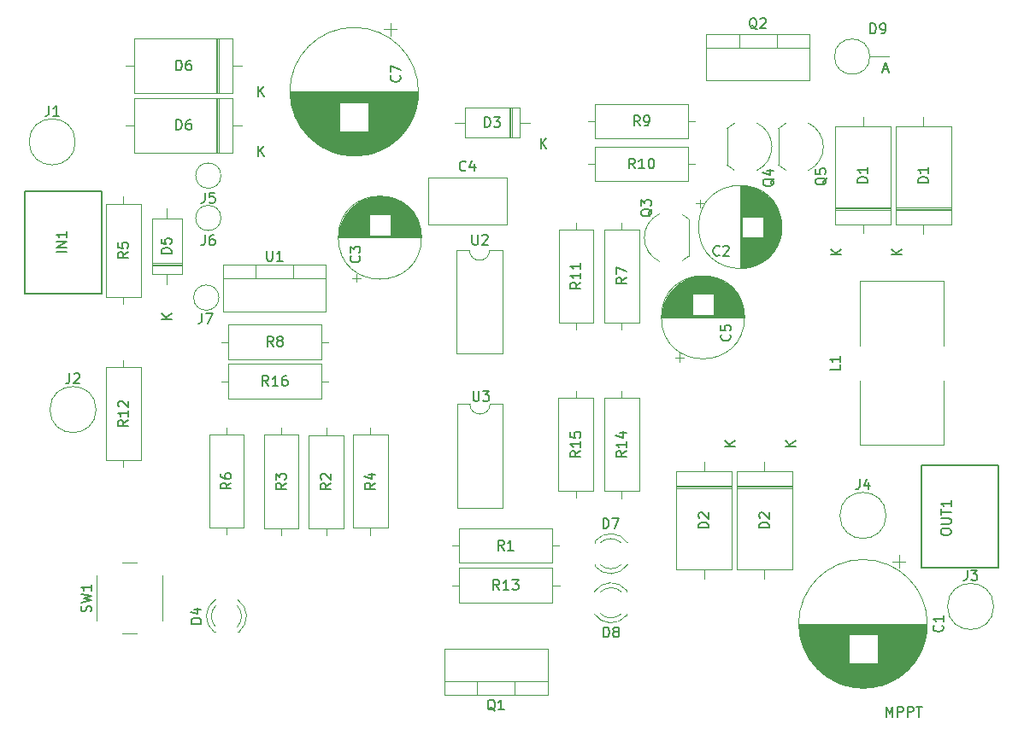
<source format=gto>
G04 #@! TF.GenerationSoftware,KiCad,Pcbnew,9.0.6*
G04 #@! TF.CreationDate,2025-12-02T20:42:04+09:00*
G04 #@! TF.ProjectId,12f683MPPT,31326636-3833-44d5-9050-542e6b696361,rev?*
G04 #@! TF.SameCoordinates,Original*
G04 #@! TF.FileFunction,Legend,Top*
G04 #@! TF.FilePolarity,Positive*
%FSLAX46Y46*%
G04 Gerber Fmt 4.6, Leading zero omitted, Abs format (unit mm)*
G04 Created by KiCad (PCBNEW 9.0.6) date 2025-12-02 20:42:04*
%MOMM*%
%LPD*%
G01*
G04 APERTURE LIST*
%ADD10C,0.150000*%
%ADD11C,0.120000*%
G04 APERTURE END LIST*
D10*
X122536779Y-97969819D02*
X122536779Y-96969819D01*
X122536779Y-96969819D02*
X122870112Y-97684104D01*
X122870112Y-97684104D02*
X123203445Y-96969819D01*
X123203445Y-96969819D02*
X123203445Y-97969819D01*
X123679636Y-97969819D02*
X123679636Y-96969819D01*
X123679636Y-96969819D02*
X124060588Y-96969819D01*
X124060588Y-96969819D02*
X124155826Y-97017438D01*
X124155826Y-97017438D02*
X124203445Y-97065057D01*
X124203445Y-97065057D02*
X124251064Y-97160295D01*
X124251064Y-97160295D02*
X124251064Y-97303152D01*
X124251064Y-97303152D02*
X124203445Y-97398390D01*
X124203445Y-97398390D02*
X124155826Y-97446009D01*
X124155826Y-97446009D02*
X124060588Y-97493628D01*
X124060588Y-97493628D02*
X123679636Y-97493628D01*
X124679636Y-97969819D02*
X124679636Y-96969819D01*
X124679636Y-96969819D02*
X125060588Y-96969819D01*
X125060588Y-96969819D02*
X125155826Y-97017438D01*
X125155826Y-97017438D02*
X125203445Y-97065057D01*
X125203445Y-97065057D02*
X125251064Y-97160295D01*
X125251064Y-97160295D02*
X125251064Y-97303152D01*
X125251064Y-97303152D02*
X125203445Y-97398390D01*
X125203445Y-97398390D02*
X125155826Y-97446009D01*
X125155826Y-97446009D02*
X125060588Y-97493628D01*
X125060588Y-97493628D02*
X124679636Y-97493628D01*
X125536779Y-96969819D02*
X126108207Y-96969819D01*
X125822493Y-97969819D02*
X125822493Y-96969819D01*
X128109580Y-88916666D02*
X128157200Y-88964285D01*
X128157200Y-88964285D02*
X128204819Y-89107142D01*
X128204819Y-89107142D02*
X128204819Y-89202380D01*
X128204819Y-89202380D02*
X128157200Y-89345237D01*
X128157200Y-89345237D02*
X128061961Y-89440475D01*
X128061961Y-89440475D02*
X127966723Y-89488094D01*
X127966723Y-89488094D02*
X127776247Y-89535713D01*
X127776247Y-89535713D02*
X127633390Y-89535713D01*
X127633390Y-89535713D02*
X127442914Y-89488094D01*
X127442914Y-89488094D02*
X127347676Y-89440475D01*
X127347676Y-89440475D02*
X127252438Y-89345237D01*
X127252438Y-89345237D02*
X127204819Y-89202380D01*
X127204819Y-89202380D02*
X127204819Y-89107142D01*
X127204819Y-89107142D02*
X127252438Y-88964285D01*
X127252438Y-88964285D02*
X127300057Y-88916666D01*
X128204819Y-87964285D02*
X128204819Y-88535713D01*
X128204819Y-88249999D02*
X127204819Y-88249999D01*
X127204819Y-88249999D02*
X127347676Y-88345237D01*
X127347676Y-88345237D02*
X127442914Y-88440475D01*
X127442914Y-88440475D02*
X127490533Y-88535713D01*
X106033333Y-52159580D02*
X105985714Y-52207200D01*
X105985714Y-52207200D02*
X105842857Y-52254819D01*
X105842857Y-52254819D02*
X105747619Y-52254819D01*
X105747619Y-52254819D02*
X105604762Y-52207200D01*
X105604762Y-52207200D02*
X105509524Y-52111961D01*
X105509524Y-52111961D02*
X105461905Y-52016723D01*
X105461905Y-52016723D02*
X105414286Y-51826247D01*
X105414286Y-51826247D02*
X105414286Y-51683390D01*
X105414286Y-51683390D02*
X105461905Y-51492914D01*
X105461905Y-51492914D02*
X105509524Y-51397676D01*
X105509524Y-51397676D02*
X105604762Y-51302438D01*
X105604762Y-51302438D02*
X105747619Y-51254819D01*
X105747619Y-51254819D02*
X105842857Y-51254819D01*
X105842857Y-51254819D02*
X105985714Y-51302438D01*
X105985714Y-51302438D02*
X106033333Y-51350057D01*
X106414286Y-51350057D02*
X106461905Y-51302438D01*
X106461905Y-51302438D02*
X106557143Y-51254819D01*
X106557143Y-51254819D02*
X106795238Y-51254819D01*
X106795238Y-51254819D02*
X106890476Y-51302438D01*
X106890476Y-51302438D02*
X106938095Y-51350057D01*
X106938095Y-51350057D02*
X106985714Y-51445295D01*
X106985714Y-51445295D02*
X106985714Y-51540533D01*
X106985714Y-51540533D02*
X106938095Y-51683390D01*
X106938095Y-51683390D02*
X106366667Y-52254819D01*
X106366667Y-52254819D02*
X106985714Y-52254819D01*
X70359580Y-52266666D02*
X70407200Y-52314285D01*
X70407200Y-52314285D02*
X70454819Y-52457142D01*
X70454819Y-52457142D02*
X70454819Y-52552380D01*
X70454819Y-52552380D02*
X70407200Y-52695237D01*
X70407200Y-52695237D02*
X70311961Y-52790475D01*
X70311961Y-52790475D02*
X70216723Y-52838094D01*
X70216723Y-52838094D02*
X70026247Y-52885713D01*
X70026247Y-52885713D02*
X69883390Y-52885713D01*
X69883390Y-52885713D02*
X69692914Y-52838094D01*
X69692914Y-52838094D02*
X69597676Y-52790475D01*
X69597676Y-52790475D02*
X69502438Y-52695237D01*
X69502438Y-52695237D02*
X69454819Y-52552380D01*
X69454819Y-52552380D02*
X69454819Y-52457142D01*
X69454819Y-52457142D02*
X69502438Y-52314285D01*
X69502438Y-52314285D02*
X69550057Y-52266666D01*
X69454819Y-51933332D02*
X69454819Y-51314285D01*
X69454819Y-51314285D02*
X69835771Y-51647618D01*
X69835771Y-51647618D02*
X69835771Y-51504761D01*
X69835771Y-51504761D02*
X69883390Y-51409523D01*
X69883390Y-51409523D02*
X69931009Y-51361904D01*
X69931009Y-51361904D02*
X70026247Y-51314285D01*
X70026247Y-51314285D02*
X70264342Y-51314285D01*
X70264342Y-51314285D02*
X70359580Y-51361904D01*
X70359580Y-51361904D02*
X70407200Y-51409523D01*
X70407200Y-51409523D02*
X70454819Y-51504761D01*
X70454819Y-51504761D02*
X70454819Y-51790475D01*
X70454819Y-51790475D02*
X70407200Y-51885713D01*
X70407200Y-51885713D02*
X70359580Y-51933332D01*
X107059580Y-60066666D02*
X107107200Y-60114285D01*
X107107200Y-60114285D02*
X107154819Y-60257142D01*
X107154819Y-60257142D02*
X107154819Y-60352380D01*
X107154819Y-60352380D02*
X107107200Y-60495237D01*
X107107200Y-60495237D02*
X107011961Y-60590475D01*
X107011961Y-60590475D02*
X106916723Y-60638094D01*
X106916723Y-60638094D02*
X106726247Y-60685713D01*
X106726247Y-60685713D02*
X106583390Y-60685713D01*
X106583390Y-60685713D02*
X106392914Y-60638094D01*
X106392914Y-60638094D02*
X106297676Y-60590475D01*
X106297676Y-60590475D02*
X106202438Y-60495237D01*
X106202438Y-60495237D02*
X106154819Y-60352380D01*
X106154819Y-60352380D02*
X106154819Y-60257142D01*
X106154819Y-60257142D02*
X106202438Y-60114285D01*
X106202438Y-60114285D02*
X106250057Y-60066666D01*
X106154819Y-59161904D02*
X106154819Y-59638094D01*
X106154819Y-59638094D02*
X106631009Y-59685713D01*
X106631009Y-59685713D02*
X106583390Y-59638094D01*
X106583390Y-59638094D02*
X106535771Y-59542856D01*
X106535771Y-59542856D02*
X106535771Y-59304761D01*
X106535771Y-59304761D02*
X106583390Y-59209523D01*
X106583390Y-59209523D02*
X106631009Y-59161904D01*
X106631009Y-59161904D02*
X106726247Y-59114285D01*
X106726247Y-59114285D02*
X106964342Y-59114285D01*
X106964342Y-59114285D02*
X107059580Y-59161904D01*
X107059580Y-59161904D02*
X107107200Y-59209523D01*
X107107200Y-59209523D02*
X107154819Y-59304761D01*
X107154819Y-59304761D02*
X107154819Y-59542856D01*
X107154819Y-59542856D02*
X107107200Y-59638094D01*
X107107200Y-59638094D02*
X107059580Y-59685713D01*
X54694819Y-88743094D02*
X53694819Y-88743094D01*
X53694819Y-88743094D02*
X53694819Y-88504999D01*
X53694819Y-88504999D02*
X53742438Y-88362142D01*
X53742438Y-88362142D02*
X53837676Y-88266904D01*
X53837676Y-88266904D02*
X53932914Y-88219285D01*
X53932914Y-88219285D02*
X54123390Y-88171666D01*
X54123390Y-88171666D02*
X54266247Y-88171666D01*
X54266247Y-88171666D02*
X54456723Y-88219285D01*
X54456723Y-88219285D02*
X54551961Y-88266904D01*
X54551961Y-88266904D02*
X54647200Y-88362142D01*
X54647200Y-88362142D02*
X54694819Y-88504999D01*
X54694819Y-88504999D02*
X54694819Y-88743094D01*
X54028152Y-87314523D02*
X54694819Y-87314523D01*
X53647200Y-87552618D02*
X54361485Y-87790713D01*
X54361485Y-87790713D02*
X54361485Y-87171666D01*
X52231905Y-39754819D02*
X52231905Y-38754819D01*
X52231905Y-38754819D02*
X52470000Y-38754819D01*
X52470000Y-38754819D02*
X52612857Y-38802438D01*
X52612857Y-38802438D02*
X52708095Y-38897676D01*
X52708095Y-38897676D02*
X52755714Y-38992914D01*
X52755714Y-38992914D02*
X52803333Y-39183390D01*
X52803333Y-39183390D02*
X52803333Y-39326247D01*
X52803333Y-39326247D02*
X52755714Y-39516723D01*
X52755714Y-39516723D02*
X52708095Y-39611961D01*
X52708095Y-39611961D02*
X52612857Y-39707200D01*
X52612857Y-39707200D02*
X52470000Y-39754819D01*
X52470000Y-39754819D02*
X52231905Y-39754819D01*
X53660476Y-38754819D02*
X53470000Y-38754819D01*
X53470000Y-38754819D02*
X53374762Y-38802438D01*
X53374762Y-38802438D02*
X53327143Y-38850057D01*
X53327143Y-38850057D02*
X53231905Y-38992914D01*
X53231905Y-38992914D02*
X53184286Y-39183390D01*
X53184286Y-39183390D02*
X53184286Y-39564342D01*
X53184286Y-39564342D02*
X53231905Y-39659580D01*
X53231905Y-39659580D02*
X53279524Y-39707200D01*
X53279524Y-39707200D02*
X53374762Y-39754819D01*
X53374762Y-39754819D02*
X53565238Y-39754819D01*
X53565238Y-39754819D02*
X53660476Y-39707200D01*
X53660476Y-39707200D02*
X53708095Y-39659580D01*
X53708095Y-39659580D02*
X53755714Y-39564342D01*
X53755714Y-39564342D02*
X53755714Y-39326247D01*
X53755714Y-39326247D02*
X53708095Y-39231009D01*
X53708095Y-39231009D02*
X53660476Y-39183390D01*
X53660476Y-39183390D02*
X53565238Y-39135771D01*
X53565238Y-39135771D02*
X53374762Y-39135771D01*
X53374762Y-39135771D02*
X53279524Y-39183390D01*
X53279524Y-39183390D02*
X53231905Y-39231009D01*
X53231905Y-39231009D02*
X53184286Y-39326247D01*
X60328095Y-42354819D02*
X60328095Y-41354819D01*
X60899523Y-42354819D02*
X60470952Y-41783390D01*
X60899523Y-41354819D02*
X60328095Y-41926247D01*
X117974819Y-63066666D02*
X117974819Y-63542856D01*
X117974819Y-63542856D02*
X116974819Y-63542856D01*
X117974819Y-62209523D02*
X117974819Y-62780951D01*
X117974819Y-62495237D02*
X116974819Y-62495237D01*
X116974819Y-62495237D02*
X117117676Y-62590475D01*
X117117676Y-62590475D02*
X117212914Y-62685713D01*
X117212914Y-62685713D02*
X117260533Y-62780951D01*
X99350057Y-47595238D02*
X99302438Y-47690476D01*
X99302438Y-47690476D02*
X99207200Y-47785714D01*
X99207200Y-47785714D02*
X99064342Y-47928571D01*
X99064342Y-47928571D02*
X99016723Y-48023809D01*
X99016723Y-48023809D02*
X99016723Y-48119047D01*
X99254819Y-48071428D02*
X99207200Y-48166666D01*
X99207200Y-48166666D02*
X99111961Y-48261904D01*
X99111961Y-48261904D02*
X98921485Y-48309523D01*
X98921485Y-48309523D02*
X98588152Y-48309523D01*
X98588152Y-48309523D02*
X98397676Y-48261904D01*
X98397676Y-48261904D02*
X98302438Y-48166666D01*
X98302438Y-48166666D02*
X98254819Y-48071428D01*
X98254819Y-48071428D02*
X98254819Y-47880952D01*
X98254819Y-47880952D02*
X98302438Y-47785714D01*
X98302438Y-47785714D02*
X98397676Y-47690476D01*
X98397676Y-47690476D02*
X98588152Y-47642857D01*
X98588152Y-47642857D02*
X98921485Y-47642857D01*
X98921485Y-47642857D02*
X99111961Y-47690476D01*
X99111961Y-47690476D02*
X99207200Y-47785714D01*
X99207200Y-47785714D02*
X99254819Y-47880952D01*
X99254819Y-47880952D02*
X99254819Y-48071428D01*
X98254819Y-47309523D02*
X98254819Y-46690476D01*
X98254819Y-46690476D02*
X98635771Y-47023809D01*
X98635771Y-47023809D02*
X98635771Y-46880952D01*
X98635771Y-46880952D02*
X98683390Y-46785714D01*
X98683390Y-46785714D02*
X98731009Y-46738095D01*
X98731009Y-46738095D02*
X98826247Y-46690476D01*
X98826247Y-46690476D02*
X99064342Y-46690476D01*
X99064342Y-46690476D02*
X99159580Y-46738095D01*
X99159580Y-46738095D02*
X99207200Y-46785714D01*
X99207200Y-46785714D02*
X99254819Y-46880952D01*
X99254819Y-46880952D02*
X99254819Y-47166666D01*
X99254819Y-47166666D02*
X99207200Y-47261904D01*
X99207200Y-47261904D02*
X99159580Y-47309523D01*
X111450057Y-44595238D02*
X111402438Y-44690476D01*
X111402438Y-44690476D02*
X111307200Y-44785714D01*
X111307200Y-44785714D02*
X111164342Y-44928571D01*
X111164342Y-44928571D02*
X111116723Y-45023809D01*
X111116723Y-45023809D02*
X111116723Y-45119047D01*
X111354819Y-45071428D02*
X111307200Y-45166666D01*
X111307200Y-45166666D02*
X111211961Y-45261904D01*
X111211961Y-45261904D02*
X111021485Y-45309523D01*
X111021485Y-45309523D02*
X110688152Y-45309523D01*
X110688152Y-45309523D02*
X110497676Y-45261904D01*
X110497676Y-45261904D02*
X110402438Y-45166666D01*
X110402438Y-45166666D02*
X110354819Y-45071428D01*
X110354819Y-45071428D02*
X110354819Y-44880952D01*
X110354819Y-44880952D02*
X110402438Y-44785714D01*
X110402438Y-44785714D02*
X110497676Y-44690476D01*
X110497676Y-44690476D02*
X110688152Y-44642857D01*
X110688152Y-44642857D02*
X111021485Y-44642857D01*
X111021485Y-44642857D02*
X111211961Y-44690476D01*
X111211961Y-44690476D02*
X111307200Y-44785714D01*
X111307200Y-44785714D02*
X111354819Y-44880952D01*
X111354819Y-44880952D02*
X111354819Y-45071428D01*
X110688152Y-43785714D02*
X111354819Y-43785714D01*
X110307200Y-44023809D02*
X111021485Y-44261904D01*
X111021485Y-44261904D02*
X111021485Y-43642857D01*
X116650057Y-44495238D02*
X116602438Y-44590476D01*
X116602438Y-44590476D02*
X116507200Y-44685714D01*
X116507200Y-44685714D02*
X116364342Y-44828571D01*
X116364342Y-44828571D02*
X116316723Y-44923809D01*
X116316723Y-44923809D02*
X116316723Y-45019047D01*
X116554819Y-44971428D02*
X116507200Y-45066666D01*
X116507200Y-45066666D02*
X116411961Y-45161904D01*
X116411961Y-45161904D02*
X116221485Y-45209523D01*
X116221485Y-45209523D02*
X115888152Y-45209523D01*
X115888152Y-45209523D02*
X115697676Y-45161904D01*
X115697676Y-45161904D02*
X115602438Y-45066666D01*
X115602438Y-45066666D02*
X115554819Y-44971428D01*
X115554819Y-44971428D02*
X115554819Y-44780952D01*
X115554819Y-44780952D02*
X115602438Y-44685714D01*
X115602438Y-44685714D02*
X115697676Y-44590476D01*
X115697676Y-44590476D02*
X115888152Y-44542857D01*
X115888152Y-44542857D02*
X116221485Y-44542857D01*
X116221485Y-44542857D02*
X116411961Y-44590476D01*
X116411961Y-44590476D02*
X116507200Y-44685714D01*
X116507200Y-44685714D02*
X116554819Y-44780952D01*
X116554819Y-44780952D02*
X116554819Y-44971428D01*
X115554819Y-43638095D02*
X115554819Y-44114285D01*
X115554819Y-44114285D02*
X116031009Y-44161904D01*
X116031009Y-44161904D02*
X115983390Y-44114285D01*
X115983390Y-44114285D02*
X115935771Y-44019047D01*
X115935771Y-44019047D02*
X115935771Y-43780952D01*
X115935771Y-43780952D02*
X115983390Y-43685714D01*
X115983390Y-43685714D02*
X116031009Y-43638095D01*
X116031009Y-43638095D02*
X116126247Y-43590476D01*
X116126247Y-43590476D02*
X116364342Y-43590476D01*
X116364342Y-43590476D02*
X116459580Y-43638095D01*
X116459580Y-43638095D02*
X116507200Y-43685714D01*
X116507200Y-43685714D02*
X116554819Y-43780952D01*
X116554819Y-43780952D02*
X116554819Y-44019047D01*
X116554819Y-44019047D02*
X116507200Y-44114285D01*
X116507200Y-44114285D02*
X116459580Y-44161904D01*
X84683525Y-81454497D02*
X84350192Y-80978306D01*
X84112097Y-81454497D02*
X84112097Y-80454497D01*
X84112097Y-80454497D02*
X84493049Y-80454497D01*
X84493049Y-80454497D02*
X84588287Y-80502116D01*
X84588287Y-80502116D02*
X84635906Y-80549735D01*
X84635906Y-80549735D02*
X84683525Y-80644973D01*
X84683525Y-80644973D02*
X84683525Y-80787830D01*
X84683525Y-80787830D02*
X84635906Y-80883068D01*
X84635906Y-80883068D02*
X84588287Y-80930687D01*
X84588287Y-80930687D02*
X84493049Y-80978306D01*
X84493049Y-80978306D02*
X84112097Y-80978306D01*
X85635906Y-81454497D02*
X85064478Y-81454497D01*
X85350192Y-81454497D02*
X85350192Y-80454497D01*
X85350192Y-80454497D02*
X85254954Y-80597354D01*
X85254954Y-80597354D02*
X85159716Y-80692592D01*
X85159716Y-80692592D02*
X85064478Y-80740211D01*
X67534819Y-74816666D02*
X67058628Y-75149999D01*
X67534819Y-75388094D02*
X66534819Y-75388094D01*
X66534819Y-75388094D02*
X66534819Y-75007142D01*
X66534819Y-75007142D02*
X66582438Y-74911904D01*
X66582438Y-74911904D02*
X66630057Y-74864285D01*
X66630057Y-74864285D02*
X66725295Y-74816666D01*
X66725295Y-74816666D02*
X66868152Y-74816666D01*
X66868152Y-74816666D02*
X66963390Y-74864285D01*
X66963390Y-74864285D02*
X67011009Y-74911904D01*
X67011009Y-74911904D02*
X67058628Y-75007142D01*
X67058628Y-75007142D02*
X67058628Y-75388094D01*
X66630057Y-74435713D02*
X66582438Y-74388094D01*
X66582438Y-74388094D02*
X66534819Y-74292856D01*
X66534819Y-74292856D02*
X66534819Y-74054761D01*
X66534819Y-74054761D02*
X66582438Y-73959523D01*
X66582438Y-73959523D02*
X66630057Y-73911904D01*
X66630057Y-73911904D02*
X66725295Y-73864285D01*
X66725295Y-73864285D02*
X66820533Y-73864285D01*
X66820533Y-73864285D02*
X66963390Y-73911904D01*
X66963390Y-73911904D02*
X67534819Y-74483332D01*
X67534819Y-74483332D02*
X67534819Y-73864285D01*
X71914819Y-74786666D02*
X71438628Y-75119999D01*
X71914819Y-75358094D02*
X70914819Y-75358094D01*
X70914819Y-75358094D02*
X70914819Y-74977142D01*
X70914819Y-74977142D02*
X70962438Y-74881904D01*
X70962438Y-74881904D02*
X71010057Y-74834285D01*
X71010057Y-74834285D02*
X71105295Y-74786666D01*
X71105295Y-74786666D02*
X71248152Y-74786666D01*
X71248152Y-74786666D02*
X71343390Y-74834285D01*
X71343390Y-74834285D02*
X71391009Y-74881904D01*
X71391009Y-74881904D02*
X71438628Y-74977142D01*
X71438628Y-74977142D02*
X71438628Y-75358094D01*
X71248152Y-73929523D02*
X71914819Y-73929523D01*
X70867200Y-74167618D02*
X71581485Y-74405713D01*
X71581485Y-74405713D02*
X71581485Y-73786666D01*
X47454819Y-51866666D02*
X46978628Y-52199999D01*
X47454819Y-52438094D02*
X46454819Y-52438094D01*
X46454819Y-52438094D02*
X46454819Y-52057142D01*
X46454819Y-52057142D02*
X46502438Y-51961904D01*
X46502438Y-51961904D02*
X46550057Y-51914285D01*
X46550057Y-51914285D02*
X46645295Y-51866666D01*
X46645295Y-51866666D02*
X46788152Y-51866666D01*
X46788152Y-51866666D02*
X46883390Y-51914285D01*
X46883390Y-51914285D02*
X46931009Y-51961904D01*
X46931009Y-51961904D02*
X46978628Y-52057142D01*
X46978628Y-52057142D02*
X46978628Y-52438094D01*
X46454819Y-50961904D02*
X46454819Y-51438094D01*
X46454819Y-51438094D02*
X46931009Y-51485713D01*
X46931009Y-51485713D02*
X46883390Y-51438094D01*
X46883390Y-51438094D02*
X46835771Y-51342856D01*
X46835771Y-51342856D02*
X46835771Y-51104761D01*
X46835771Y-51104761D02*
X46883390Y-51009523D01*
X46883390Y-51009523D02*
X46931009Y-50961904D01*
X46931009Y-50961904D02*
X47026247Y-50914285D01*
X47026247Y-50914285D02*
X47264342Y-50914285D01*
X47264342Y-50914285D02*
X47359580Y-50961904D01*
X47359580Y-50961904D02*
X47407200Y-51009523D01*
X47407200Y-51009523D02*
X47454819Y-51104761D01*
X47454819Y-51104761D02*
X47454819Y-51342856D01*
X47454819Y-51342856D02*
X47407200Y-51438094D01*
X47407200Y-51438094D02*
X47359580Y-51485713D01*
X57654819Y-74766666D02*
X57178628Y-75099999D01*
X57654819Y-75338094D02*
X56654819Y-75338094D01*
X56654819Y-75338094D02*
X56654819Y-74957142D01*
X56654819Y-74957142D02*
X56702438Y-74861904D01*
X56702438Y-74861904D02*
X56750057Y-74814285D01*
X56750057Y-74814285D02*
X56845295Y-74766666D01*
X56845295Y-74766666D02*
X56988152Y-74766666D01*
X56988152Y-74766666D02*
X57083390Y-74814285D01*
X57083390Y-74814285D02*
X57131009Y-74861904D01*
X57131009Y-74861904D02*
X57178628Y-74957142D01*
X57178628Y-74957142D02*
X57178628Y-75338094D01*
X56654819Y-73909523D02*
X56654819Y-74099999D01*
X56654819Y-74099999D02*
X56702438Y-74195237D01*
X56702438Y-74195237D02*
X56750057Y-74242856D01*
X56750057Y-74242856D02*
X56892914Y-74338094D01*
X56892914Y-74338094D02*
X57083390Y-74385713D01*
X57083390Y-74385713D02*
X57464342Y-74385713D01*
X57464342Y-74385713D02*
X57559580Y-74338094D01*
X57559580Y-74338094D02*
X57607200Y-74290475D01*
X57607200Y-74290475D02*
X57654819Y-74195237D01*
X57654819Y-74195237D02*
X57654819Y-74004761D01*
X57654819Y-74004761D02*
X57607200Y-73909523D01*
X57607200Y-73909523D02*
X57559580Y-73861904D01*
X57559580Y-73861904D02*
X57464342Y-73814285D01*
X57464342Y-73814285D02*
X57226247Y-73814285D01*
X57226247Y-73814285D02*
X57131009Y-73861904D01*
X57131009Y-73861904D02*
X57083390Y-73909523D01*
X57083390Y-73909523D02*
X57035771Y-74004761D01*
X57035771Y-74004761D02*
X57035771Y-74195237D01*
X57035771Y-74195237D02*
X57083390Y-74290475D01*
X57083390Y-74290475D02*
X57131009Y-74338094D01*
X57131009Y-74338094D02*
X57226247Y-74385713D01*
X61833333Y-61254819D02*
X61500000Y-60778628D01*
X61261905Y-61254819D02*
X61261905Y-60254819D01*
X61261905Y-60254819D02*
X61642857Y-60254819D01*
X61642857Y-60254819D02*
X61738095Y-60302438D01*
X61738095Y-60302438D02*
X61785714Y-60350057D01*
X61785714Y-60350057D02*
X61833333Y-60445295D01*
X61833333Y-60445295D02*
X61833333Y-60588152D01*
X61833333Y-60588152D02*
X61785714Y-60683390D01*
X61785714Y-60683390D02*
X61738095Y-60731009D01*
X61738095Y-60731009D02*
X61642857Y-60778628D01*
X61642857Y-60778628D02*
X61261905Y-60778628D01*
X62404762Y-60683390D02*
X62309524Y-60635771D01*
X62309524Y-60635771D02*
X62261905Y-60588152D01*
X62261905Y-60588152D02*
X62214286Y-60492914D01*
X62214286Y-60492914D02*
X62214286Y-60445295D01*
X62214286Y-60445295D02*
X62261905Y-60350057D01*
X62261905Y-60350057D02*
X62309524Y-60302438D01*
X62309524Y-60302438D02*
X62404762Y-60254819D01*
X62404762Y-60254819D02*
X62595238Y-60254819D01*
X62595238Y-60254819D02*
X62690476Y-60302438D01*
X62690476Y-60302438D02*
X62738095Y-60350057D01*
X62738095Y-60350057D02*
X62785714Y-60445295D01*
X62785714Y-60445295D02*
X62785714Y-60492914D01*
X62785714Y-60492914D02*
X62738095Y-60588152D01*
X62738095Y-60588152D02*
X62690476Y-60635771D01*
X62690476Y-60635771D02*
X62595238Y-60683390D01*
X62595238Y-60683390D02*
X62404762Y-60683390D01*
X62404762Y-60683390D02*
X62309524Y-60731009D01*
X62309524Y-60731009D02*
X62261905Y-60778628D01*
X62261905Y-60778628D02*
X62214286Y-60873866D01*
X62214286Y-60873866D02*
X62214286Y-61064342D01*
X62214286Y-61064342D02*
X62261905Y-61159580D01*
X62261905Y-61159580D02*
X62309524Y-61207200D01*
X62309524Y-61207200D02*
X62404762Y-61254819D01*
X62404762Y-61254819D02*
X62595238Y-61254819D01*
X62595238Y-61254819D02*
X62690476Y-61207200D01*
X62690476Y-61207200D02*
X62738095Y-61159580D01*
X62738095Y-61159580D02*
X62785714Y-61064342D01*
X62785714Y-61064342D02*
X62785714Y-60873866D01*
X62785714Y-60873866D02*
X62738095Y-60778628D01*
X62738095Y-60778628D02*
X62690476Y-60731009D01*
X62690476Y-60731009D02*
X62595238Y-60683390D01*
X98143333Y-39354819D02*
X97810000Y-38878628D01*
X97571905Y-39354819D02*
X97571905Y-38354819D01*
X97571905Y-38354819D02*
X97952857Y-38354819D01*
X97952857Y-38354819D02*
X98048095Y-38402438D01*
X98048095Y-38402438D02*
X98095714Y-38450057D01*
X98095714Y-38450057D02*
X98143333Y-38545295D01*
X98143333Y-38545295D02*
X98143333Y-38688152D01*
X98143333Y-38688152D02*
X98095714Y-38783390D01*
X98095714Y-38783390D02*
X98048095Y-38831009D01*
X98048095Y-38831009D02*
X97952857Y-38878628D01*
X97952857Y-38878628D02*
X97571905Y-38878628D01*
X98619524Y-39354819D02*
X98810000Y-39354819D01*
X98810000Y-39354819D02*
X98905238Y-39307200D01*
X98905238Y-39307200D02*
X98952857Y-39259580D01*
X98952857Y-39259580D02*
X99048095Y-39116723D01*
X99048095Y-39116723D02*
X99095714Y-38926247D01*
X99095714Y-38926247D02*
X99095714Y-38545295D01*
X99095714Y-38545295D02*
X99048095Y-38450057D01*
X99048095Y-38450057D02*
X99000476Y-38402438D01*
X99000476Y-38402438D02*
X98905238Y-38354819D01*
X98905238Y-38354819D02*
X98714762Y-38354819D01*
X98714762Y-38354819D02*
X98619524Y-38402438D01*
X98619524Y-38402438D02*
X98571905Y-38450057D01*
X98571905Y-38450057D02*
X98524286Y-38545295D01*
X98524286Y-38545295D02*
X98524286Y-38783390D01*
X98524286Y-38783390D02*
X98571905Y-38878628D01*
X98571905Y-38878628D02*
X98619524Y-38926247D01*
X98619524Y-38926247D02*
X98714762Y-38973866D01*
X98714762Y-38973866D02*
X98905238Y-38973866D01*
X98905238Y-38973866D02*
X99000476Y-38926247D01*
X99000476Y-38926247D02*
X99048095Y-38878628D01*
X99048095Y-38878628D02*
X99095714Y-38783390D01*
X97657142Y-43604819D02*
X97323809Y-43128628D01*
X97085714Y-43604819D02*
X97085714Y-42604819D01*
X97085714Y-42604819D02*
X97466666Y-42604819D01*
X97466666Y-42604819D02*
X97561904Y-42652438D01*
X97561904Y-42652438D02*
X97609523Y-42700057D01*
X97609523Y-42700057D02*
X97657142Y-42795295D01*
X97657142Y-42795295D02*
X97657142Y-42938152D01*
X97657142Y-42938152D02*
X97609523Y-43033390D01*
X97609523Y-43033390D02*
X97561904Y-43081009D01*
X97561904Y-43081009D02*
X97466666Y-43128628D01*
X97466666Y-43128628D02*
X97085714Y-43128628D01*
X98609523Y-43604819D02*
X98038095Y-43604819D01*
X98323809Y-43604819D02*
X98323809Y-42604819D01*
X98323809Y-42604819D02*
X98228571Y-42747676D01*
X98228571Y-42747676D02*
X98133333Y-42842914D01*
X98133333Y-42842914D02*
X98038095Y-42890533D01*
X99228571Y-42604819D02*
X99323809Y-42604819D01*
X99323809Y-42604819D02*
X99419047Y-42652438D01*
X99419047Y-42652438D02*
X99466666Y-42700057D01*
X99466666Y-42700057D02*
X99514285Y-42795295D01*
X99514285Y-42795295D02*
X99561904Y-42985771D01*
X99561904Y-42985771D02*
X99561904Y-43223866D01*
X99561904Y-43223866D02*
X99514285Y-43414342D01*
X99514285Y-43414342D02*
X99466666Y-43509580D01*
X99466666Y-43509580D02*
X99419047Y-43557200D01*
X99419047Y-43557200D02*
X99323809Y-43604819D01*
X99323809Y-43604819D02*
X99228571Y-43604819D01*
X99228571Y-43604819D02*
X99133333Y-43557200D01*
X99133333Y-43557200D02*
X99085714Y-43509580D01*
X99085714Y-43509580D02*
X99038095Y-43414342D01*
X99038095Y-43414342D02*
X98990476Y-43223866D01*
X98990476Y-43223866D02*
X98990476Y-42985771D01*
X98990476Y-42985771D02*
X99038095Y-42795295D01*
X99038095Y-42795295D02*
X99085714Y-42700057D01*
X99085714Y-42700057D02*
X99133333Y-42652438D01*
X99133333Y-42652438D02*
X99228571Y-42604819D01*
X61357142Y-65154819D02*
X61023809Y-64678628D01*
X60785714Y-65154819D02*
X60785714Y-64154819D01*
X60785714Y-64154819D02*
X61166666Y-64154819D01*
X61166666Y-64154819D02*
X61261904Y-64202438D01*
X61261904Y-64202438D02*
X61309523Y-64250057D01*
X61309523Y-64250057D02*
X61357142Y-64345295D01*
X61357142Y-64345295D02*
X61357142Y-64488152D01*
X61357142Y-64488152D02*
X61309523Y-64583390D01*
X61309523Y-64583390D02*
X61261904Y-64631009D01*
X61261904Y-64631009D02*
X61166666Y-64678628D01*
X61166666Y-64678628D02*
X60785714Y-64678628D01*
X62309523Y-65154819D02*
X61738095Y-65154819D01*
X62023809Y-65154819D02*
X62023809Y-64154819D01*
X62023809Y-64154819D02*
X61928571Y-64297676D01*
X61928571Y-64297676D02*
X61833333Y-64392914D01*
X61833333Y-64392914D02*
X61738095Y-64440533D01*
X63166666Y-64154819D02*
X62976190Y-64154819D01*
X62976190Y-64154819D02*
X62880952Y-64202438D01*
X62880952Y-64202438D02*
X62833333Y-64250057D01*
X62833333Y-64250057D02*
X62738095Y-64392914D01*
X62738095Y-64392914D02*
X62690476Y-64583390D01*
X62690476Y-64583390D02*
X62690476Y-64964342D01*
X62690476Y-64964342D02*
X62738095Y-65059580D01*
X62738095Y-65059580D02*
X62785714Y-65107200D01*
X62785714Y-65107200D02*
X62880952Y-65154819D01*
X62880952Y-65154819D02*
X63071428Y-65154819D01*
X63071428Y-65154819D02*
X63166666Y-65107200D01*
X63166666Y-65107200D02*
X63214285Y-65059580D01*
X63214285Y-65059580D02*
X63261904Y-64964342D01*
X63261904Y-64964342D02*
X63261904Y-64726247D01*
X63261904Y-64726247D02*
X63214285Y-64631009D01*
X63214285Y-64631009D02*
X63166666Y-64583390D01*
X63166666Y-64583390D02*
X63071428Y-64535771D01*
X63071428Y-64535771D02*
X62880952Y-64535771D01*
X62880952Y-64535771D02*
X62785714Y-64583390D01*
X62785714Y-64583390D02*
X62738095Y-64631009D01*
X62738095Y-64631009D02*
X62690476Y-64726247D01*
X81538095Y-50154819D02*
X81538095Y-50964342D01*
X81538095Y-50964342D02*
X81585714Y-51059580D01*
X81585714Y-51059580D02*
X81633333Y-51107200D01*
X81633333Y-51107200D02*
X81728571Y-51154819D01*
X81728571Y-51154819D02*
X81919047Y-51154819D01*
X81919047Y-51154819D02*
X82014285Y-51107200D01*
X82014285Y-51107200D02*
X82061904Y-51059580D01*
X82061904Y-51059580D02*
X82109523Y-50964342D01*
X82109523Y-50964342D02*
X82109523Y-50154819D01*
X82538095Y-50250057D02*
X82585714Y-50202438D01*
X82585714Y-50202438D02*
X82680952Y-50154819D01*
X82680952Y-50154819D02*
X82919047Y-50154819D01*
X82919047Y-50154819D02*
X83014285Y-50202438D01*
X83014285Y-50202438D02*
X83061904Y-50250057D01*
X83061904Y-50250057D02*
X83109523Y-50345295D01*
X83109523Y-50345295D02*
X83109523Y-50440533D01*
X83109523Y-50440533D02*
X83061904Y-50583390D01*
X83061904Y-50583390D02*
X82490476Y-51154819D01*
X82490476Y-51154819D02*
X83109523Y-51154819D01*
X47454819Y-68542857D02*
X46978628Y-68876190D01*
X47454819Y-69114285D02*
X46454819Y-69114285D01*
X46454819Y-69114285D02*
X46454819Y-68733333D01*
X46454819Y-68733333D02*
X46502438Y-68638095D01*
X46502438Y-68638095D02*
X46550057Y-68590476D01*
X46550057Y-68590476D02*
X46645295Y-68542857D01*
X46645295Y-68542857D02*
X46788152Y-68542857D01*
X46788152Y-68542857D02*
X46883390Y-68590476D01*
X46883390Y-68590476D02*
X46931009Y-68638095D01*
X46931009Y-68638095D02*
X46978628Y-68733333D01*
X46978628Y-68733333D02*
X46978628Y-69114285D01*
X47454819Y-67590476D02*
X47454819Y-68161904D01*
X47454819Y-67876190D02*
X46454819Y-67876190D01*
X46454819Y-67876190D02*
X46597676Y-67971428D01*
X46597676Y-67971428D02*
X46692914Y-68066666D01*
X46692914Y-68066666D02*
X46740533Y-68161904D01*
X46550057Y-67209523D02*
X46502438Y-67161904D01*
X46502438Y-67161904D02*
X46454819Y-67066666D01*
X46454819Y-67066666D02*
X46454819Y-66828571D01*
X46454819Y-66828571D02*
X46502438Y-66733333D01*
X46502438Y-66733333D02*
X46550057Y-66685714D01*
X46550057Y-66685714D02*
X46645295Y-66638095D01*
X46645295Y-66638095D02*
X46740533Y-66638095D01*
X46740533Y-66638095D02*
X46883390Y-66685714D01*
X46883390Y-66685714D02*
X47454819Y-67257142D01*
X47454819Y-67257142D02*
X47454819Y-66638095D01*
X51754819Y-52038094D02*
X50754819Y-52038094D01*
X50754819Y-52038094D02*
X50754819Y-51799999D01*
X50754819Y-51799999D02*
X50802438Y-51657142D01*
X50802438Y-51657142D02*
X50897676Y-51561904D01*
X50897676Y-51561904D02*
X50992914Y-51514285D01*
X50992914Y-51514285D02*
X51183390Y-51466666D01*
X51183390Y-51466666D02*
X51326247Y-51466666D01*
X51326247Y-51466666D02*
X51516723Y-51514285D01*
X51516723Y-51514285D02*
X51611961Y-51561904D01*
X51611961Y-51561904D02*
X51707200Y-51657142D01*
X51707200Y-51657142D02*
X51754819Y-51799999D01*
X51754819Y-51799999D02*
X51754819Y-52038094D01*
X50754819Y-50561904D02*
X50754819Y-51038094D01*
X50754819Y-51038094D02*
X51231009Y-51085713D01*
X51231009Y-51085713D02*
X51183390Y-51038094D01*
X51183390Y-51038094D02*
X51135771Y-50942856D01*
X51135771Y-50942856D02*
X51135771Y-50704761D01*
X51135771Y-50704761D02*
X51183390Y-50609523D01*
X51183390Y-50609523D02*
X51231009Y-50561904D01*
X51231009Y-50561904D02*
X51326247Y-50514285D01*
X51326247Y-50514285D02*
X51564342Y-50514285D01*
X51564342Y-50514285D02*
X51659580Y-50561904D01*
X51659580Y-50561904D02*
X51707200Y-50609523D01*
X51707200Y-50609523D02*
X51754819Y-50704761D01*
X51754819Y-50704761D02*
X51754819Y-50942856D01*
X51754819Y-50942856D02*
X51707200Y-51038094D01*
X51707200Y-51038094D02*
X51659580Y-51085713D01*
X51754819Y-58561904D02*
X50754819Y-58561904D01*
X51754819Y-57990476D02*
X51183390Y-58419047D01*
X50754819Y-57990476D02*
X51326247Y-58561904D01*
X61198095Y-51754819D02*
X61198095Y-52564342D01*
X61198095Y-52564342D02*
X61245714Y-52659580D01*
X61245714Y-52659580D02*
X61293333Y-52707200D01*
X61293333Y-52707200D02*
X61388571Y-52754819D01*
X61388571Y-52754819D02*
X61579047Y-52754819D01*
X61579047Y-52754819D02*
X61674285Y-52707200D01*
X61674285Y-52707200D02*
X61721904Y-52659580D01*
X61721904Y-52659580D02*
X61769523Y-52564342D01*
X61769523Y-52564342D02*
X61769523Y-51754819D01*
X62769523Y-52754819D02*
X62198095Y-52754819D01*
X62483809Y-52754819D02*
X62483809Y-51754819D01*
X62483809Y-51754819D02*
X62388571Y-51897676D01*
X62388571Y-51897676D02*
X62293333Y-51992914D01*
X62293333Y-51992914D02*
X62198095Y-52040533D01*
X81638095Y-65654819D02*
X81638095Y-66464342D01*
X81638095Y-66464342D02*
X81685714Y-66559580D01*
X81685714Y-66559580D02*
X81733333Y-66607200D01*
X81733333Y-66607200D02*
X81828571Y-66654819D01*
X81828571Y-66654819D02*
X82019047Y-66654819D01*
X82019047Y-66654819D02*
X82114285Y-66607200D01*
X82114285Y-66607200D02*
X82161904Y-66559580D01*
X82161904Y-66559580D02*
X82209523Y-66464342D01*
X82209523Y-66464342D02*
X82209523Y-65654819D01*
X82590476Y-65654819D02*
X83209523Y-65654819D01*
X83209523Y-65654819D02*
X82876190Y-66035771D01*
X82876190Y-66035771D02*
X83019047Y-66035771D01*
X83019047Y-66035771D02*
X83114285Y-66083390D01*
X83114285Y-66083390D02*
X83161904Y-66131009D01*
X83161904Y-66131009D02*
X83209523Y-66226247D01*
X83209523Y-66226247D02*
X83209523Y-66464342D01*
X83209523Y-66464342D02*
X83161904Y-66559580D01*
X83161904Y-66559580D02*
X83114285Y-66607200D01*
X83114285Y-66607200D02*
X83019047Y-66654819D01*
X83019047Y-66654819D02*
X82733333Y-66654819D01*
X82733333Y-66654819D02*
X82638095Y-66607200D01*
X82638095Y-66607200D02*
X82590476Y-66559580D01*
X94521905Y-79294819D02*
X94521905Y-78294819D01*
X94521905Y-78294819D02*
X94760000Y-78294819D01*
X94760000Y-78294819D02*
X94902857Y-78342438D01*
X94902857Y-78342438D02*
X94998095Y-78437676D01*
X94998095Y-78437676D02*
X95045714Y-78532914D01*
X95045714Y-78532914D02*
X95093333Y-78723390D01*
X95093333Y-78723390D02*
X95093333Y-78866247D01*
X95093333Y-78866247D02*
X95045714Y-79056723D01*
X95045714Y-79056723D02*
X94998095Y-79151961D01*
X94998095Y-79151961D02*
X94902857Y-79247200D01*
X94902857Y-79247200D02*
X94760000Y-79294819D01*
X94760000Y-79294819D02*
X94521905Y-79294819D01*
X95426667Y-78294819D02*
X96093333Y-78294819D01*
X96093333Y-78294819D02*
X95664762Y-79294819D01*
X126704819Y-44998094D02*
X125704819Y-44998094D01*
X125704819Y-44998094D02*
X125704819Y-44759999D01*
X125704819Y-44759999D02*
X125752438Y-44617142D01*
X125752438Y-44617142D02*
X125847676Y-44521904D01*
X125847676Y-44521904D02*
X125942914Y-44474285D01*
X125942914Y-44474285D02*
X126133390Y-44426666D01*
X126133390Y-44426666D02*
X126276247Y-44426666D01*
X126276247Y-44426666D02*
X126466723Y-44474285D01*
X126466723Y-44474285D02*
X126561961Y-44521904D01*
X126561961Y-44521904D02*
X126657200Y-44617142D01*
X126657200Y-44617142D02*
X126704819Y-44759999D01*
X126704819Y-44759999D02*
X126704819Y-44998094D01*
X126704819Y-43474285D02*
X126704819Y-44045713D01*
X126704819Y-43759999D02*
X125704819Y-43759999D01*
X125704819Y-43759999D02*
X125847676Y-43855237D01*
X125847676Y-43855237D02*
X125942914Y-43950475D01*
X125942914Y-43950475D02*
X125990533Y-44045713D01*
X124104819Y-52141904D02*
X123104819Y-52141904D01*
X124104819Y-51570476D02*
X123533390Y-51999047D01*
X123104819Y-51570476D02*
X123676247Y-52141904D01*
X94551905Y-90084819D02*
X94551905Y-89084819D01*
X94551905Y-89084819D02*
X94790000Y-89084819D01*
X94790000Y-89084819D02*
X94932857Y-89132438D01*
X94932857Y-89132438D02*
X95028095Y-89227676D01*
X95028095Y-89227676D02*
X95075714Y-89322914D01*
X95075714Y-89322914D02*
X95123333Y-89513390D01*
X95123333Y-89513390D02*
X95123333Y-89656247D01*
X95123333Y-89656247D02*
X95075714Y-89846723D01*
X95075714Y-89846723D02*
X95028095Y-89941961D01*
X95028095Y-89941961D02*
X94932857Y-90037200D01*
X94932857Y-90037200D02*
X94790000Y-90084819D01*
X94790000Y-90084819D02*
X94551905Y-90084819D01*
X95694762Y-89513390D02*
X95599524Y-89465771D01*
X95599524Y-89465771D02*
X95551905Y-89418152D01*
X95551905Y-89418152D02*
X95504286Y-89322914D01*
X95504286Y-89322914D02*
X95504286Y-89275295D01*
X95504286Y-89275295D02*
X95551905Y-89180057D01*
X95551905Y-89180057D02*
X95599524Y-89132438D01*
X95599524Y-89132438D02*
X95694762Y-89084819D01*
X95694762Y-89084819D02*
X95885238Y-89084819D01*
X95885238Y-89084819D02*
X95980476Y-89132438D01*
X95980476Y-89132438D02*
X96028095Y-89180057D01*
X96028095Y-89180057D02*
X96075714Y-89275295D01*
X96075714Y-89275295D02*
X96075714Y-89322914D01*
X96075714Y-89322914D02*
X96028095Y-89418152D01*
X96028095Y-89418152D02*
X95980476Y-89465771D01*
X95980476Y-89465771D02*
X95885238Y-89513390D01*
X95885238Y-89513390D02*
X95694762Y-89513390D01*
X95694762Y-89513390D02*
X95599524Y-89561009D01*
X95599524Y-89561009D02*
X95551905Y-89608628D01*
X95551905Y-89608628D02*
X95504286Y-89703866D01*
X95504286Y-89703866D02*
X95504286Y-89894342D01*
X95504286Y-89894342D02*
X95551905Y-89989580D01*
X95551905Y-89989580D02*
X95599524Y-90037200D01*
X95599524Y-90037200D02*
X95694762Y-90084819D01*
X95694762Y-90084819D02*
X95885238Y-90084819D01*
X95885238Y-90084819D02*
X95980476Y-90037200D01*
X95980476Y-90037200D02*
X96028095Y-89989580D01*
X96028095Y-89989580D02*
X96075714Y-89894342D01*
X96075714Y-89894342D02*
X96075714Y-89703866D01*
X96075714Y-89703866D02*
X96028095Y-89608628D01*
X96028095Y-89608628D02*
X95980476Y-89561009D01*
X95980476Y-89561009D02*
X95885238Y-89513390D01*
X84233185Y-85383849D02*
X83899852Y-84907658D01*
X83661757Y-85383849D02*
X83661757Y-84383849D01*
X83661757Y-84383849D02*
X84042709Y-84383849D01*
X84042709Y-84383849D02*
X84137947Y-84431468D01*
X84137947Y-84431468D02*
X84185566Y-84479087D01*
X84185566Y-84479087D02*
X84233185Y-84574325D01*
X84233185Y-84574325D02*
X84233185Y-84717182D01*
X84233185Y-84717182D02*
X84185566Y-84812420D01*
X84185566Y-84812420D02*
X84137947Y-84860039D01*
X84137947Y-84860039D02*
X84042709Y-84907658D01*
X84042709Y-84907658D02*
X83661757Y-84907658D01*
X85185566Y-85383849D02*
X84614138Y-85383849D01*
X84899852Y-85383849D02*
X84899852Y-84383849D01*
X84899852Y-84383849D02*
X84804614Y-84526706D01*
X84804614Y-84526706D02*
X84709376Y-84621944D01*
X84709376Y-84621944D02*
X84614138Y-84669563D01*
X85518900Y-84383849D02*
X86137947Y-84383849D01*
X86137947Y-84383849D02*
X85804614Y-84764801D01*
X85804614Y-84764801D02*
X85947471Y-84764801D01*
X85947471Y-84764801D02*
X86042709Y-84812420D01*
X86042709Y-84812420D02*
X86090328Y-84860039D01*
X86090328Y-84860039D02*
X86137947Y-84955277D01*
X86137947Y-84955277D02*
X86137947Y-85193372D01*
X86137947Y-85193372D02*
X86090328Y-85288610D01*
X86090328Y-85288610D02*
X86042709Y-85336230D01*
X86042709Y-85336230D02*
X85947471Y-85383849D01*
X85947471Y-85383849D02*
X85661757Y-85383849D01*
X85661757Y-85383849D02*
X85566519Y-85336230D01*
X85566519Y-85336230D02*
X85518900Y-85288610D01*
X110954819Y-79233094D02*
X109954819Y-79233094D01*
X109954819Y-79233094D02*
X109954819Y-78994999D01*
X109954819Y-78994999D02*
X110002438Y-78852142D01*
X110002438Y-78852142D02*
X110097676Y-78756904D01*
X110097676Y-78756904D02*
X110192914Y-78709285D01*
X110192914Y-78709285D02*
X110383390Y-78661666D01*
X110383390Y-78661666D02*
X110526247Y-78661666D01*
X110526247Y-78661666D02*
X110716723Y-78709285D01*
X110716723Y-78709285D02*
X110811961Y-78756904D01*
X110811961Y-78756904D02*
X110907200Y-78852142D01*
X110907200Y-78852142D02*
X110954819Y-78994999D01*
X110954819Y-78994999D02*
X110954819Y-79233094D01*
X110050057Y-78280713D02*
X110002438Y-78233094D01*
X110002438Y-78233094D02*
X109954819Y-78137856D01*
X109954819Y-78137856D02*
X109954819Y-77899761D01*
X109954819Y-77899761D02*
X110002438Y-77804523D01*
X110002438Y-77804523D02*
X110050057Y-77756904D01*
X110050057Y-77756904D02*
X110145295Y-77709285D01*
X110145295Y-77709285D02*
X110240533Y-77709285D01*
X110240533Y-77709285D02*
X110383390Y-77756904D01*
X110383390Y-77756904D02*
X110954819Y-78328332D01*
X110954819Y-78328332D02*
X110954819Y-77709285D01*
X113554819Y-71136904D02*
X112554819Y-71136904D01*
X113554819Y-70565476D02*
X112983390Y-70994047D01*
X112554819Y-70565476D02*
X113126247Y-71136904D01*
X104954819Y-79233094D02*
X103954819Y-79233094D01*
X103954819Y-79233094D02*
X103954819Y-78994999D01*
X103954819Y-78994999D02*
X104002438Y-78852142D01*
X104002438Y-78852142D02*
X104097676Y-78756904D01*
X104097676Y-78756904D02*
X104192914Y-78709285D01*
X104192914Y-78709285D02*
X104383390Y-78661666D01*
X104383390Y-78661666D02*
X104526247Y-78661666D01*
X104526247Y-78661666D02*
X104716723Y-78709285D01*
X104716723Y-78709285D02*
X104811961Y-78756904D01*
X104811961Y-78756904D02*
X104907200Y-78852142D01*
X104907200Y-78852142D02*
X104954819Y-78994999D01*
X104954819Y-78994999D02*
X104954819Y-79233094D01*
X104050057Y-78280713D02*
X104002438Y-78233094D01*
X104002438Y-78233094D02*
X103954819Y-78137856D01*
X103954819Y-78137856D02*
X103954819Y-77899761D01*
X103954819Y-77899761D02*
X104002438Y-77804523D01*
X104002438Y-77804523D02*
X104050057Y-77756904D01*
X104050057Y-77756904D02*
X104145295Y-77709285D01*
X104145295Y-77709285D02*
X104240533Y-77709285D01*
X104240533Y-77709285D02*
X104383390Y-77756904D01*
X104383390Y-77756904D02*
X104954819Y-78328332D01*
X104954819Y-78328332D02*
X104954819Y-77709285D01*
X107554819Y-71136904D02*
X106554819Y-71136904D01*
X107554819Y-70565476D02*
X106983390Y-70994047D01*
X106554819Y-70565476D02*
X107126247Y-71136904D01*
X92264819Y-71612857D02*
X91788628Y-71946190D01*
X92264819Y-72184285D02*
X91264819Y-72184285D01*
X91264819Y-72184285D02*
X91264819Y-71803333D01*
X91264819Y-71803333D02*
X91312438Y-71708095D01*
X91312438Y-71708095D02*
X91360057Y-71660476D01*
X91360057Y-71660476D02*
X91455295Y-71612857D01*
X91455295Y-71612857D02*
X91598152Y-71612857D01*
X91598152Y-71612857D02*
X91693390Y-71660476D01*
X91693390Y-71660476D02*
X91741009Y-71708095D01*
X91741009Y-71708095D02*
X91788628Y-71803333D01*
X91788628Y-71803333D02*
X91788628Y-72184285D01*
X92264819Y-70660476D02*
X92264819Y-71231904D01*
X92264819Y-70946190D02*
X91264819Y-70946190D01*
X91264819Y-70946190D02*
X91407676Y-71041428D01*
X91407676Y-71041428D02*
X91502914Y-71136666D01*
X91502914Y-71136666D02*
X91550533Y-71231904D01*
X91264819Y-69755714D02*
X91264819Y-70231904D01*
X91264819Y-70231904D02*
X91741009Y-70279523D01*
X91741009Y-70279523D02*
X91693390Y-70231904D01*
X91693390Y-70231904D02*
X91645771Y-70136666D01*
X91645771Y-70136666D02*
X91645771Y-69898571D01*
X91645771Y-69898571D02*
X91693390Y-69803333D01*
X91693390Y-69803333D02*
X91741009Y-69755714D01*
X91741009Y-69755714D02*
X91836247Y-69708095D01*
X91836247Y-69708095D02*
X92074342Y-69708095D01*
X92074342Y-69708095D02*
X92169580Y-69755714D01*
X92169580Y-69755714D02*
X92217200Y-69803333D01*
X92217200Y-69803333D02*
X92264819Y-69898571D01*
X92264819Y-69898571D02*
X92264819Y-70136666D01*
X92264819Y-70136666D02*
X92217200Y-70231904D01*
X92217200Y-70231904D02*
X92169580Y-70279523D01*
X120704819Y-44993094D02*
X119704819Y-44993094D01*
X119704819Y-44993094D02*
X119704819Y-44754999D01*
X119704819Y-44754999D02*
X119752438Y-44612142D01*
X119752438Y-44612142D02*
X119847676Y-44516904D01*
X119847676Y-44516904D02*
X119942914Y-44469285D01*
X119942914Y-44469285D02*
X120133390Y-44421666D01*
X120133390Y-44421666D02*
X120276247Y-44421666D01*
X120276247Y-44421666D02*
X120466723Y-44469285D01*
X120466723Y-44469285D02*
X120561961Y-44516904D01*
X120561961Y-44516904D02*
X120657200Y-44612142D01*
X120657200Y-44612142D02*
X120704819Y-44754999D01*
X120704819Y-44754999D02*
X120704819Y-44993094D01*
X120704819Y-43469285D02*
X120704819Y-44040713D01*
X120704819Y-43754999D02*
X119704819Y-43754999D01*
X119704819Y-43754999D02*
X119847676Y-43850237D01*
X119847676Y-43850237D02*
X119942914Y-43945475D01*
X119942914Y-43945475D02*
X119990533Y-44040713D01*
X118104819Y-52136904D02*
X117104819Y-52136904D01*
X118104819Y-51565476D02*
X117533390Y-51994047D01*
X117104819Y-51565476D02*
X117676247Y-52136904D01*
X52231905Y-33854819D02*
X52231905Y-32854819D01*
X52231905Y-32854819D02*
X52470000Y-32854819D01*
X52470000Y-32854819D02*
X52612857Y-32902438D01*
X52612857Y-32902438D02*
X52708095Y-32997676D01*
X52708095Y-32997676D02*
X52755714Y-33092914D01*
X52755714Y-33092914D02*
X52803333Y-33283390D01*
X52803333Y-33283390D02*
X52803333Y-33426247D01*
X52803333Y-33426247D02*
X52755714Y-33616723D01*
X52755714Y-33616723D02*
X52708095Y-33711961D01*
X52708095Y-33711961D02*
X52612857Y-33807200D01*
X52612857Y-33807200D02*
X52470000Y-33854819D01*
X52470000Y-33854819D02*
X52231905Y-33854819D01*
X53660476Y-32854819D02*
X53470000Y-32854819D01*
X53470000Y-32854819D02*
X53374762Y-32902438D01*
X53374762Y-32902438D02*
X53327143Y-32950057D01*
X53327143Y-32950057D02*
X53231905Y-33092914D01*
X53231905Y-33092914D02*
X53184286Y-33283390D01*
X53184286Y-33283390D02*
X53184286Y-33664342D01*
X53184286Y-33664342D02*
X53231905Y-33759580D01*
X53231905Y-33759580D02*
X53279524Y-33807200D01*
X53279524Y-33807200D02*
X53374762Y-33854819D01*
X53374762Y-33854819D02*
X53565238Y-33854819D01*
X53565238Y-33854819D02*
X53660476Y-33807200D01*
X53660476Y-33807200D02*
X53708095Y-33759580D01*
X53708095Y-33759580D02*
X53755714Y-33664342D01*
X53755714Y-33664342D02*
X53755714Y-33426247D01*
X53755714Y-33426247D02*
X53708095Y-33331009D01*
X53708095Y-33331009D02*
X53660476Y-33283390D01*
X53660476Y-33283390D02*
X53565238Y-33235771D01*
X53565238Y-33235771D02*
X53374762Y-33235771D01*
X53374762Y-33235771D02*
X53279524Y-33283390D01*
X53279524Y-33283390D02*
X53231905Y-33331009D01*
X53231905Y-33331009D02*
X53184286Y-33426247D01*
X60328095Y-36454819D02*
X60328095Y-35454819D01*
X60899523Y-36454819D02*
X60470952Y-35883390D01*
X60899523Y-35454819D02*
X60328095Y-36026247D01*
X41344819Y-51889999D02*
X40344819Y-51889999D01*
X41344819Y-51413809D02*
X40344819Y-51413809D01*
X40344819Y-51413809D02*
X41344819Y-50842381D01*
X41344819Y-50842381D02*
X40344819Y-50842381D01*
X41344819Y-49842381D02*
X41344819Y-50413809D01*
X41344819Y-50128095D02*
X40344819Y-50128095D01*
X40344819Y-50128095D02*
X40487676Y-50223333D01*
X40487676Y-50223333D02*
X40582914Y-50318571D01*
X40582914Y-50318571D02*
X40630533Y-50413809D01*
X127964819Y-79706190D02*
X127964819Y-79515714D01*
X127964819Y-79515714D02*
X128012438Y-79420476D01*
X128012438Y-79420476D02*
X128107676Y-79325238D01*
X128107676Y-79325238D02*
X128298152Y-79277619D01*
X128298152Y-79277619D02*
X128631485Y-79277619D01*
X128631485Y-79277619D02*
X128821961Y-79325238D01*
X128821961Y-79325238D02*
X128917200Y-79420476D01*
X128917200Y-79420476D02*
X128964819Y-79515714D01*
X128964819Y-79515714D02*
X128964819Y-79706190D01*
X128964819Y-79706190D02*
X128917200Y-79801428D01*
X128917200Y-79801428D02*
X128821961Y-79896666D01*
X128821961Y-79896666D02*
X128631485Y-79944285D01*
X128631485Y-79944285D02*
X128298152Y-79944285D01*
X128298152Y-79944285D02*
X128107676Y-79896666D01*
X128107676Y-79896666D02*
X128012438Y-79801428D01*
X128012438Y-79801428D02*
X127964819Y-79706190D01*
X127964819Y-78849047D02*
X128774342Y-78849047D01*
X128774342Y-78849047D02*
X128869580Y-78801428D01*
X128869580Y-78801428D02*
X128917200Y-78753809D01*
X128917200Y-78753809D02*
X128964819Y-78658571D01*
X128964819Y-78658571D02*
X128964819Y-78468095D01*
X128964819Y-78468095D02*
X128917200Y-78372857D01*
X128917200Y-78372857D02*
X128869580Y-78325238D01*
X128869580Y-78325238D02*
X128774342Y-78277619D01*
X128774342Y-78277619D02*
X127964819Y-78277619D01*
X127964819Y-77944285D02*
X127964819Y-77372857D01*
X128964819Y-77658571D02*
X127964819Y-77658571D01*
X128964819Y-76515714D02*
X128964819Y-77087142D01*
X128964819Y-76801428D02*
X127964819Y-76801428D01*
X127964819Y-76801428D02*
X128107676Y-76896666D01*
X128107676Y-76896666D02*
X128202914Y-76991904D01*
X128202914Y-76991904D02*
X128250533Y-77087142D01*
X80903333Y-43749580D02*
X80855714Y-43797200D01*
X80855714Y-43797200D02*
X80712857Y-43844819D01*
X80712857Y-43844819D02*
X80617619Y-43844819D01*
X80617619Y-43844819D02*
X80474762Y-43797200D01*
X80474762Y-43797200D02*
X80379524Y-43701961D01*
X80379524Y-43701961D02*
X80331905Y-43606723D01*
X80331905Y-43606723D02*
X80284286Y-43416247D01*
X80284286Y-43416247D02*
X80284286Y-43273390D01*
X80284286Y-43273390D02*
X80331905Y-43082914D01*
X80331905Y-43082914D02*
X80379524Y-42987676D01*
X80379524Y-42987676D02*
X80474762Y-42892438D01*
X80474762Y-42892438D02*
X80617619Y-42844819D01*
X80617619Y-42844819D02*
X80712857Y-42844819D01*
X80712857Y-42844819D02*
X80855714Y-42892438D01*
X80855714Y-42892438D02*
X80903333Y-42940057D01*
X81760476Y-43178152D02*
X81760476Y-43844819D01*
X81522381Y-42797200D02*
X81284286Y-43511485D01*
X81284286Y-43511485D02*
X81903333Y-43511485D01*
X39606666Y-37356819D02*
X39606666Y-38071104D01*
X39606666Y-38071104D02*
X39559047Y-38213961D01*
X39559047Y-38213961D02*
X39463809Y-38309200D01*
X39463809Y-38309200D02*
X39320952Y-38356819D01*
X39320952Y-38356819D02*
X39225714Y-38356819D01*
X40606666Y-38356819D02*
X40035238Y-38356819D01*
X40320952Y-38356819D02*
X40320952Y-37356819D01*
X40320952Y-37356819D02*
X40225714Y-37499676D01*
X40225714Y-37499676D02*
X40130476Y-37594914D01*
X40130476Y-37594914D02*
X40035238Y-37642533D01*
X41666666Y-63906819D02*
X41666666Y-64621104D01*
X41666666Y-64621104D02*
X41619047Y-64763961D01*
X41619047Y-64763961D02*
X41523809Y-64859200D01*
X41523809Y-64859200D02*
X41380952Y-64906819D01*
X41380952Y-64906819D02*
X41285714Y-64906819D01*
X42095238Y-64002057D02*
X42142857Y-63954438D01*
X42142857Y-63954438D02*
X42238095Y-63906819D01*
X42238095Y-63906819D02*
X42476190Y-63906819D01*
X42476190Y-63906819D02*
X42571428Y-63954438D01*
X42571428Y-63954438D02*
X42619047Y-64002057D01*
X42619047Y-64002057D02*
X42666666Y-64097295D01*
X42666666Y-64097295D02*
X42666666Y-64192533D01*
X42666666Y-64192533D02*
X42619047Y-64335390D01*
X42619047Y-64335390D02*
X42047619Y-64906819D01*
X42047619Y-64906819D02*
X42666666Y-64906819D01*
X130576666Y-83436819D02*
X130576666Y-84151104D01*
X130576666Y-84151104D02*
X130529047Y-84293961D01*
X130529047Y-84293961D02*
X130433809Y-84389200D01*
X130433809Y-84389200D02*
X130290952Y-84436819D01*
X130290952Y-84436819D02*
X130195714Y-84436819D01*
X130957619Y-83436819D02*
X131576666Y-83436819D01*
X131576666Y-83436819D02*
X131243333Y-83817771D01*
X131243333Y-83817771D02*
X131386190Y-83817771D01*
X131386190Y-83817771D02*
X131481428Y-83865390D01*
X131481428Y-83865390D02*
X131529047Y-83913009D01*
X131529047Y-83913009D02*
X131576666Y-84008247D01*
X131576666Y-84008247D02*
X131576666Y-84246342D01*
X131576666Y-84246342D02*
X131529047Y-84341580D01*
X131529047Y-84341580D02*
X131481428Y-84389200D01*
X131481428Y-84389200D02*
X131386190Y-84436819D01*
X131386190Y-84436819D02*
X131100476Y-84436819D01*
X131100476Y-84436819D02*
X131005238Y-84389200D01*
X131005238Y-84389200D02*
X130957619Y-84341580D01*
X119916666Y-74406819D02*
X119916666Y-75121104D01*
X119916666Y-75121104D02*
X119869047Y-75263961D01*
X119869047Y-75263961D02*
X119773809Y-75359200D01*
X119773809Y-75359200D02*
X119630952Y-75406819D01*
X119630952Y-75406819D02*
X119535714Y-75406819D01*
X120821428Y-74740152D02*
X120821428Y-75406819D01*
X120583333Y-74359200D02*
X120345238Y-75073485D01*
X120345238Y-75073485D02*
X120964285Y-75073485D01*
X96794819Y-71622857D02*
X96318628Y-71956190D01*
X96794819Y-72194285D02*
X95794819Y-72194285D01*
X95794819Y-72194285D02*
X95794819Y-71813333D01*
X95794819Y-71813333D02*
X95842438Y-71718095D01*
X95842438Y-71718095D02*
X95890057Y-71670476D01*
X95890057Y-71670476D02*
X95985295Y-71622857D01*
X95985295Y-71622857D02*
X96128152Y-71622857D01*
X96128152Y-71622857D02*
X96223390Y-71670476D01*
X96223390Y-71670476D02*
X96271009Y-71718095D01*
X96271009Y-71718095D02*
X96318628Y-71813333D01*
X96318628Y-71813333D02*
X96318628Y-72194285D01*
X96794819Y-70670476D02*
X96794819Y-71241904D01*
X96794819Y-70956190D02*
X95794819Y-70956190D01*
X95794819Y-70956190D02*
X95937676Y-71051428D01*
X95937676Y-71051428D02*
X96032914Y-71146666D01*
X96032914Y-71146666D02*
X96080533Y-71241904D01*
X96128152Y-69813333D02*
X96794819Y-69813333D01*
X95747200Y-70051428D02*
X96461485Y-70289523D01*
X96461485Y-70289523D02*
X96461485Y-69670476D01*
X92274819Y-54892857D02*
X91798628Y-55226190D01*
X92274819Y-55464285D02*
X91274819Y-55464285D01*
X91274819Y-55464285D02*
X91274819Y-55083333D01*
X91274819Y-55083333D02*
X91322438Y-54988095D01*
X91322438Y-54988095D02*
X91370057Y-54940476D01*
X91370057Y-54940476D02*
X91465295Y-54892857D01*
X91465295Y-54892857D02*
X91608152Y-54892857D01*
X91608152Y-54892857D02*
X91703390Y-54940476D01*
X91703390Y-54940476D02*
X91751009Y-54988095D01*
X91751009Y-54988095D02*
X91798628Y-55083333D01*
X91798628Y-55083333D02*
X91798628Y-55464285D01*
X92274819Y-53940476D02*
X92274819Y-54511904D01*
X92274819Y-54226190D02*
X91274819Y-54226190D01*
X91274819Y-54226190D02*
X91417676Y-54321428D01*
X91417676Y-54321428D02*
X91512914Y-54416666D01*
X91512914Y-54416666D02*
X91560533Y-54511904D01*
X92274819Y-52988095D02*
X92274819Y-53559523D01*
X92274819Y-53273809D02*
X91274819Y-53273809D01*
X91274819Y-53273809D02*
X91417676Y-53369047D01*
X91417676Y-53369047D02*
X91512914Y-53464285D01*
X91512914Y-53464285D02*
X91560533Y-53559523D01*
X96814819Y-54416666D02*
X96338628Y-54749999D01*
X96814819Y-54988094D02*
X95814819Y-54988094D01*
X95814819Y-54988094D02*
X95814819Y-54607142D01*
X95814819Y-54607142D02*
X95862438Y-54511904D01*
X95862438Y-54511904D02*
X95910057Y-54464285D01*
X95910057Y-54464285D02*
X96005295Y-54416666D01*
X96005295Y-54416666D02*
X96148152Y-54416666D01*
X96148152Y-54416666D02*
X96243390Y-54464285D01*
X96243390Y-54464285D02*
X96291009Y-54511904D01*
X96291009Y-54511904D02*
X96338628Y-54607142D01*
X96338628Y-54607142D02*
X96338628Y-54988094D01*
X95814819Y-54083332D02*
X95814819Y-53416666D01*
X95814819Y-53416666D02*
X96814819Y-53845237D01*
X63094819Y-74796666D02*
X62618628Y-75129999D01*
X63094819Y-75368094D02*
X62094819Y-75368094D01*
X62094819Y-75368094D02*
X62094819Y-74987142D01*
X62094819Y-74987142D02*
X62142438Y-74891904D01*
X62142438Y-74891904D02*
X62190057Y-74844285D01*
X62190057Y-74844285D02*
X62285295Y-74796666D01*
X62285295Y-74796666D02*
X62428152Y-74796666D01*
X62428152Y-74796666D02*
X62523390Y-74844285D01*
X62523390Y-74844285D02*
X62571009Y-74891904D01*
X62571009Y-74891904D02*
X62618628Y-74987142D01*
X62618628Y-74987142D02*
X62618628Y-75368094D01*
X62094819Y-74463332D02*
X62094819Y-73844285D01*
X62094819Y-73844285D02*
X62475771Y-74177618D01*
X62475771Y-74177618D02*
X62475771Y-74034761D01*
X62475771Y-74034761D02*
X62523390Y-73939523D01*
X62523390Y-73939523D02*
X62571009Y-73891904D01*
X62571009Y-73891904D02*
X62666247Y-73844285D01*
X62666247Y-73844285D02*
X62904342Y-73844285D01*
X62904342Y-73844285D02*
X62999580Y-73891904D01*
X62999580Y-73891904D02*
X63047200Y-73939523D01*
X63047200Y-73939523D02*
X63094819Y-74034761D01*
X63094819Y-74034761D02*
X63094819Y-74320475D01*
X63094819Y-74320475D02*
X63047200Y-74415713D01*
X63047200Y-74415713D02*
X62999580Y-74463332D01*
X74359580Y-34366666D02*
X74407200Y-34414285D01*
X74407200Y-34414285D02*
X74454819Y-34557142D01*
X74454819Y-34557142D02*
X74454819Y-34652380D01*
X74454819Y-34652380D02*
X74407200Y-34795237D01*
X74407200Y-34795237D02*
X74311961Y-34890475D01*
X74311961Y-34890475D02*
X74216723Y-34938094D01*
X74216723Y-34938094D02*
X74026247Y-34985713D01*
X74026247Y-34985713D02*
X73883390Y-34985713D01*
X73883390Y-34985713D02*
X73692914Y-34938094D01*
X73692914Y-34938094D02*
X73597676Y-34890475D01*
X73597676Y-34890475D02*
X73502438Y-34795237D01*
X73502438Y-34795237D02*
X73454819Y-34652380D01*
X73454819Y-34652380D02*
X73454819Y-34557142D01*
X73454819Y-34557142D02*
X73502438Y-34414285D01*
X73502438Y-34414285D02*
X73550057Y-34366666D01*
X73454819Y-34033332D02*
X73454819Y-33366666D01*
X73454819Y-33366666D02*
X74454819Y-33795237D01*
X120979723Y-30204184D02*
X120979723Y-29204184D01*
X120979723Y-29204184D02*
X121217818Y-29204184D01*
X121217818Y-29204184D02*
X121360675Y-29251803D01*
X121360675Y-29251803D02*
X121455913Y-29347041D01*
X121455913Y-29347041D02*
X121503532Y-29442279D01*
X121503532Y-29442279D02*
X121551151Y-29632755D01*
X121551151Y-29632755D02*
X121551151Y-29775612D01*
X121551151Y-29775612D02*
X121503532Y-29966088D01*
X121503532Y-29966088D02*
X121455913Y-30061326D01*
X121455913Y-30061326D02*
X121360675Y-30156565D01*
X121360675Y-30156565D02*
X121217818Y-30204184D01*
X121217818Y-30204184D02*
X120979723Y-30204184D01*
X122027342Y-30204184D02*
X122217818Y-30204184D01*
X122217818Y-30204184D02*
X122313056Y-30156565D01*
X122313056Y-30156565D02*
X122360675Y-30108945D01*
X122360675Y-30108945D02*
X122455913Y-29966088D01*
X122455913Y-29966088D02*
X122503532Y-29775612D01*
X122503532Y-29775612D02*
X122503532Y-29394660D01*
X122503532Y-29394660D02*
X122455913Y-29299422D01*
X122455913Y-29299422D02*
X122408294Y-29251803D01*
X122408294Y-29251803D02*
X122313056Y-29204184D01*
X122313056Y-29204184D02*
X122122580Y-29204184D01*
X122122580Y-29204184D02*
X122027342Y-29251803D01*
X122027342Y-29251803D02*
X121979723Y-29299422D01*
X121979723Y-29299422D02*
X121932104Y-29394660D01*
X121932104Y-29394660D02*
X121932104Y-29632755D01*
X121932104Y-29632755D02*
X121979723Y-29727993D01*
X121979723Y-29727993D02*
X122027342Y-29775612D01*
X122027342Y-29775612D02*
X122122580Y-29823231D01*
X122122580Y-29823231D02*
X122313056Y-29823231D01*
X122313056Y-29823231D02*
X122408294Y-29775612D01*
X122408294Y-29775612D02*
X122455913Y-29727993D01*
X122455913Y-29727993D02*
X122503532Y-29632755D01*
X122219723Y-33769104D02*
X122695913Y-33769104D01*
X122124485Y-34054819D02*
X122457818Y-33054819D01*
X122457818Y-33054819D02*
X122791151Y-34054819D01*
X83804761Y-97375057D02*
X83709523Y-97327438D01*
X83709523Y-97327438D02*
X83614285Y-97232200D01*
X83614285Y-97232200D02*
X83471428Y-97089342D01*
X83471428Y-97089342D02*
X83376190Y-97041723D01*
X83376190Y-97041723D02*
X83280952Y-97041723D01*
X83328571Y-97279819D02*
X83233333Y-97232200D01*
X83233333Y-97232200D02*
X83138095Y-97136961D01*
X83138095Y-97136961D02*
X83090476Y-96946485D01*
X83090476Y-96946485D02*
X83090476Y-96613152D01*
X83090476Y-96613152D02*
X83138095Y-96422676D01*
X83138095Y-96422676D02*
X83233333Y-96327438D01*
X83233333Y-96327438D02*
X83328571Y-96279819D01*
X83328571Y-96279819D02*
X83519047Y-96279819D01*
X83519047Y-96279819D02*
X83614285Y-96327438D01*
X83614285Y-96327438D02*
X83709523Y-96422676D01*
X83709523Y-96422676D02*
X83757142Y-96613152D01*
X83757142Y-96613152D02*
X83757142Y-96946485D01*
X83757142Y-96946485D02*
X83709523Y-97136961D01*
X83709523Y-97136961D02*
X83614285Y-97232200D01*
X83614285Y-97232200D02*
X83519047Y-97279819D01*
X83519047Y-97279819D02*
X83328571Y-97279819D01*
X84709523Y-97279819D02*
X84138095Y-97279819D01*
X84423809Y-97279819D02*
X84423809Y-96279819D01*
X84423809Y-96279819D02*
X84328571Y-96422676D01*
X84328571Y-96422676D02*
X84233333Y-96517914D01*
X84233333Y-96517914D02*
X84138095Y-96565533D01*
X109744761Y-29780057D02*
X109649523Y-29732438D01*
X109649523Y-29732438D02*
X109554285Y-29637200D01*
X109554285Y-29637200D02*
X109411428Y-29494342D01*
X109411428Y-29494342D02*
X109316190Y-29446723D01*
X109316190Y-29446723D02*
X109220952Y-29446723D01*
X109268571Y-29684819D02*
X109173333Y-29637200D01*
X109173333Y-29637200D02*
X109078095Y-29541961D01*
X109078095Y-29541961D02*
X109030476Y-29351485D01*
X109030476Y-29351485D02*
X109030476Y-29018152D01*
X109030476Y-29018152D02*
X109078095Y-28827676D01*
X109078095Y-28827676D02*
X109173333Y-28732438D01*
X109173333Y-28732438D02*
X109268571Y-28684819D01*
X109268571Y-28684819D02*
X109459047Y-28684819D01*
X109459047Y-28684819D02*
X109554285Y-28732438D01*
X109554285Y-28732438D02*
X109649523Y-28827676D01*
X109649523Y-28827676D02*
X109697142Y-29018152D01*
X109697142Y-29018152D02*
X109697142Y-29351485D01*
X109697142Y-29351485D02*
X109649523Y-29541961D01*
X109649523Y-29541961D02*
X109554285Y-29637200D01*
X109554285Y-29637200D02*
X109459047Y-29684819D01*
X109459047Y-29684819D02*
X109268571Y-29684819D01*
X110078095Y-28780057D02*
X110125714Y-28732438D01*
X110125714Y-28732438D02*
X110220952Y-28684819D01*
X110220952Y-28684819D02*
X110459047Y-28684819D01*
X110459047Y-28684819D02*
X110554285Y-28732438D01*
X110554285Y-28732438D02*
X110601904Y-28780057D01*
X110601904Y-28780057D02*
X110649523Y-28875295D01*
X110649523Y-28875295D02*
X110649523Y-28970533D01*
X110649523Y-28970533D02*
X110601904Y-29113390D01*
X110601904Y-29113390D02*
X110030476Y-29684819D01*
X110030476Y-29684819D02*
X110649523Y-29684819D01*
X43757200Y-87533332D02*
X43804819Y-87390475D01*
X43804819Y-87390475D02*
X43804819Y-87152380D01*
X43804819Y-87152380D02*
X43757200Y-87057142D01*
X43757200Y-87057142D02*
X43709580Y-87009523D01*
X43709580Y-87009523D02*
X43614342Y-86961904D01*
X43614342Y-86961904D02*
X43519104Y-86961904D01*
X43519104Y-86961904D02*
X43423866Y-87009523D01*
X43423866Y-87009523D02*
X43376247Y-87057142D01*
X43376247Y-87057142D02*
X43328628Y-87152380D01*
X43328628Y-87152380D02*
X43281009Y-87342856D01*
X43281009Y-87342856D02*
X43233390Y-87438094D01*
X43233390Y-87438094D02*
X43185771Y-87485713D01*
X43185771Y-87485713D02*
X43090533Y-87533332D01*
X43090533Y-87533332D02*
X42995295Y-87533332D01*
X42995295Y-87533332D02*
X42900057Y-87485713D01*
X42900057Y-87485713D02*
X42852438Y-87438094D01*
X42852438Y-87438094D02*
X42804819Y-87342856D01*
X42804819Y-87342856D02*
X42804819Y-87104761D01*
X42804819Y-87104761D02*
X42852438Y-86961904D01*
X42804819Y-86628570D02*
X43804819Y-86390475D01*
X43804819Y-86390475D02*
X43090533Y-86199999D01*
X43090533Y-86199999D02*
X43804819Y-86009523D01*
X43804819Y-86009523D02*
X42804819Y-85771428D01*
X43804819Y-84866666D02*
X43804819Y-85438094D01*
X43804819Y-85152380D02*
X42804819Y-85152380D01*
X42804819Y-85152380D02*
X42947676Y-85247618D01*
X42947676Y-85247618D02*
X43042914Y-85342856D01*
X43042914Y-85342856D02*
X43090533Y-85438094D01*
X82777105Y-39494619D02*
X82777105Y-38494619D01*
X82777105Y-38494619D02*
X83015200Y-38494619D01*
X83015200Y-38494619D02*
X83158057Y-38542238D01*
X83158057Y-38542238D02*
X83253295Y-38637476D01*
X83253295Y-38637476D02*
X83300914Y-38732714D01*
X83300914Y-38732714D02*
X83348533Y-38923190D01*
X83348533Y-38923190D02*
X83348533Y-39066047D01*
X83348533Y-39066047D02*
X83300914Y-39256523D01*
X83300914Y-39256523D02*
X83253295Y-39351761D01*
X83253295Y-39351761D02*
X83158057Y-39447000D01*
X83158057Y-39447000D02*
X83015200Y-39494619D01*
X83015200Y-39494619D02*
X82777105Y-39494619D01*
X83681867Y-38494619D02*
X84300914Y-38494619D01*
X84300914Y-38494619D02*
X83967581Y-38875571D01*
X83967581Y-38875571D02*
X84110438Y-38875571D01*
X84110438Y-38875571D02*
X84205676Y-38923190D01*
X84205676Y-38923190D02*
X84253295Y-38970809D01*
X84253295Y-38970809D02*
X84300914Y-39066047D01*
X84300914Y-39066047D02*
X84300914Y-39304142D01*
X84300914Y-39304142D02*
X84253295Y-39399380D01*
X84253295Y-39399380D02*
X84205676Y-39447000D01*
X84205676Y-39447000D02*
X84110438Y-39494619D01*
X84110438Y-39494619D02*
X83824724Y-39494619D01*
X83824724Y-39494619D02*
X83729486Y-39447000D01*
X83729486Y-39447000D02*
X83681867Y-39399380D01*
X88333295Y-41594619D02*
X88333295Y-40594619D01*
X88904723Y-41594619D02*
X88476152Y-41023190D01*
X88904723Y-40594619D02*
X88333295Y-41166047D01*
X55066666Y-50204819D02*
X55066666Y-50919104D01*
X55066666Y-50919104D02*
X55019047Y-51061961D01*
X55019047Y-51061961D02*
X54923809Y-51157200D01*
X54923809Y-51157200D02*
X54780952Y-51204819D01*
X54780952Y-51204819D02*
X54685714Y-51204819D01*
X55971428Y-50204819D02*
X55780952Y-50204819D01*
X55780952Y-50204819D02*
X55685714Y-50252438D01*
X55685714Y-50252438D02*
X55638095Y-50300057D01*
X55638095Y-50300057D02*
X55542857Y-50442914D01*
X55542857Y-50442914D02*
X55495238Y-50633390D01*
X55495238Y-50633390D02*
X55495238Y-51014342D01*
X55495238Y-51014342D02*
X55542857Y-51109580D01*
X55542857Y-51109580D02*
X55590476Y-51157200D01*
X55590476Y-51157200D02*
X55685714Y-51204819D01*
X55685714Y-51204819D02*
X55876190Y-51204819D01*
X55876190Y-51204819D02*
X55971428Y-51157200D01*
X55971428Y-51157200D02*
X56019047Y-51109580D01*
X56019047Y-51109580D02*
X56066666Y-51014342D01*
X56066666Y-51014342D02*
X56066666Y-50776247D01*
X56066666Y-50776247D02*
X56019047Y-50681009D01*
X56019047Y-50681009D02*
X55971428Y-50633390D01*
X55971428Y-50633390D02*
X55876190Y-50585771D01*
X55876190Y-50585771D02*
X55685714Y-50585771D01*
X55685714Y-50585771D02*
X55590476Y-50633390D01*
X55590476Y-50633390D02*
X55542857Y-50681009D01*
X55542857Y-50681009D02*
X55495238Y-50776247D01*
X54766666Y-57954819D02*
X54766666Y-58669104D01*
X54766666Y-58669104D02*
X54719047Y-58811961D01*
X54719047Y-58811961D02*
X54623809Y-58907200D01*
X54623809Y-58907200D02*
X54480952Y-58954819D01*
X54480952Y-58954819D02*
X54385714Y-58954819D01*
X55147619Y-57954819D02*
X55814285Y-57954819D01*
X55814285Y-57954819D02*
X55385714Y-58954819D01*
X55066666Y-46004819D02*
X55066666Y-46719104D01*
X55066666Y-46719104D02*
X55019047Y-46861961D01*
X55019047Y-46861961D02*
X54923809Y-46957200D01*
X54923809Y-46957200D02*
X54780952Y-47004819D01*
X54780952Y-47004819D02*
X54685714Y-47004819D01*
X56019047Y-46004819D02*
X55542857Y-46004819D01*
X55542857Y-46004819D02*
X55495238Y-46481009D01*
X55495238Y-46481009D02*
X55542857Y-46433390D01*
X55542857Y-46433390D02*
X55638095Y-46385771D01*
X55638095Y-46385771D02*
X55876190Y-46385771D01*
X55876190Y-46385771D02*
X55971428Y-46433390D01*
X55971428Y-46433390D02*
X56019047Y-46481009D01*
X56019047Y-46481009D02*
X56066666Y-46576247D01*
X56066666Y-46576247D02*
X56066666Y-46814342D01*
X56066666Y-46814342D02*
X56019047Y-46909580D01*
X56019047Y-46909580D02*
X55971428Y-46957200D01*
X55971428Y-46957200D02*
X55876190Y-47004819D01*
X55876190Y-47004819D02*
X55638095Y-47004819D01*
X55638095Y-47004819D02*
X55542857Y-46957200D01*
X55542857Y-46957200D02*
X55495238Y-46909580D01*
D11*
X118810000Y-89830000D02*
X114012000Y-89830000D01*
X118810000Y-89870000D02*
X114019000Y-89870000D01*
X118810000Y-89910000D02*
X114027000Y-89910000D01*
X118810000Y-89950000D02*
X114034000Y-89950000D01*
X118810000Y-89990000D02*
X114042000Y-89990000D01*
X118810000Y-90030000D02*
X114050000Y-90030000D01*
X118810000Y-90070000D02*
X114058000Y-90070000D01*
X118810000Y-90110000D02*
X114067000Y-90110000D01*
X118810000Y-90150000D02*
X114076000Y-90150000D01*
X118810000Y-90190000D02*
X114085000Y-90190000D01*
X118810000Y-90230000D02*
X114094000Y-90230000D01*
X118810000Y-90270000D02*
X114104000Y-90270000D01*
X118810000Y-90310000D02*
X114114000Y-90310000D01*
X118810000Y-90350000D02*
X114124000Y-90350000D01*
X118810000Y-90390000D02*
X114135000Y-90390000D01*
X118810000Y-90430000D02*
X114146000Y-90430000D01*
X118810000Y-90470000D02*
X114157000Y-90470000D01*
X118810000Y-90510000D02*
X114168000Y-90510000D01*
X118810000Y-90550000D02*
X114180000Y-90550000D01*
X118810000Y-90590000D02*
X114192000Y-90590000D01*
X118810000Y-90630000D02*
X114204000Y-90630000D01*
X118810000Y-90670000D02*
X114216000Y-90670000D01*
X118810000Y-90710000D02*
X114229000Y-90710000D01*
X118810000Y-90750000D02*
X114242000Y-90750000D01*
X118810000Y-90790000D02*
X114255000Y-90790000D01*
X118810000Y-90830000D02*
X114269000Y-90830000D01*
X118810000Y-90870000D02*
X114283000Y-90870000D01*
X118810000Y-90910000D02*
X114297000Y-90910000D01*
X118810000Y-90950000D02*
X114312000Y-90950000D01*
X118810000Y-90990000D02*
X114327000Y-90990000D01*
X118810000Y-91030000D02*
X114342000Y-91030000D01*
X118810000Y-91070000D02*
X114358000Y-91070000D01*
X118810000Y-91110000D02*
X114373000Y-91110000D01*
X118810000Y-91150000D02*
X114389000Y-91150000D01*
X118810000Y-91190000D02*
X114406000Y-91190000D01*
X118810000Y-91230000D02*
X114423000Y-91230000D01*
X118810000Y-91270000D02*
X114440000Y-91270000D01*
X118810000Y-91310000D02*
X114457000Y-91310000D01*
X118810000Y-91350000D02*
X114475000Y-91350000D01*
X118810000Y-91390000D02*
X114493000Y-91390000D01*
X118810000Y-91430000D02*
X114511000Y-91430000D01*
X118810000Y-91470000D02*
X114530000Y-91470000D01*
X118810000Y-91510000D02*
X114549000Y-91510000D01*
X118810000Y-91550000D02*
X114568000Y-91550000D01*
X118810000Y-91590000D02*
X114588000Y-91590000D01*
X118810000Y-91630000D02*
X114608000Y-91630000D01*
X118810000Y-91670000D02*
X114629000Y-91670000D01*
X118810000Y-91710000D02*
X114649000Y-91710000D01*
X118810000Y-91750000D02*
X114671000Y-91750000D01*
X118810000Y-91790000D02*
X114692000Y-91790000D01*
X118810000Y-91830000D02*
X114714000Y-91830000D01*
X118810000Y-91870000D02*
X114736000Y-91870000D01*
X118810000Y-91910000D02*
X114759000Y-91910000D01*
X118810000Y-91950000D02*
X114782000Y-91950000D01*
X118810000Y-91990000D02*
X114806000Y-91990000D01*
X118810000Y-92030000D02*
X114829000Y-92030000D01*
X118810000Y-92070000D02*
X114854000Y-92070000D01*
X118810000Y-92110000D02*
X114878000Y-92110000D01*
X118810000Y-92150000D02*
X114903000Y-92150000D01*
X118810000Y-92190000D02*
X114929000Y-92190000D01*
X118810000Y-92230000D02*
X114955000Y-92230000D01*
X118810000Y-92270000D02*
X114981000Y-92270000D01*
X118810000Y-92310000D02*
X115008000Y-92310000D01*
X118810000Y-92350000D02*
X115035000Y-92350000D01*
X118810000Y-92390000D02*
X115062000Y-92390000D01*
X118810000Y-92430000D02*
X115091000Y-92430000D01*
X118810000Y-92470000D02*
X115119000Y-92470000D01*
X118810000Y-92510000D02*
X115148000Y-92510000D01*
X118810000Y-92550000D02*
X115178000Y-92550000D01*
X118810000Y-92590000D02*
X115208000Y-92590000D01*
X118810000Y-92630000D02*
X115238000Y-92630000D01*
X118810000Y-92670000D02*
X115269000Y-92670000D01*
X120567000Y-95110000D02*
X119933000Y-95110000D01*
X121007000Y-95070000D02*
X119493000Y-95070000D01*
X121277000Y-95030000D02*
X119223000Y-95030000D01*
X121490000Y-94990000D02*
X119010000Y-94990000D01*
X121672000Y-94950000D02*
X118828000Y-94950000D01*
X121832000Y-94910000D02*
X118668000Y-94910000D01*
X121977000Y-94870000D02*
X118523000Y-94870000D01*
X122110000Y-94830000D02*
X118390000Y-94830000D01*
X122234000Y-94790000D02*
X118266000Y-94790000D01*
X122349000Y-94750000D02*
X118151000Y-94750000D01*
X122458000Y-94710000D02*
X118042000Y-94710000D01*
X122562000Y-94670000D02*
X117938000Y-94670000D01*
X122660000Y-94630000D02*
X117840000Y-94630000D01*
X122754000Y-94590000D02*
X117746000Y-94590000D01*
X122844000Y-94550000D02*
X117656000Y-94550000D01*
X122930000Y-94510000D02*
X117570000Y-94510000D01*
X123013000Y-94470000D02*
X117487000Y-94470000D01*
X123093000Y-94430000D02*
X117407000Y-94430000D01*
X123171000Y-94390000D02*
X117329000Y-94390000D01*
X123246000Y-94350000D02*
X117254000Y-94350000D01*
X123319000Y-94310000D02*
X117181000Y-94310000D01*
X123389000Y-94270000D02*
X117111000Y-94270000D01*
X123458000Y-94230000D02*
X117042000Y-94230000D01*
X123524000Y-94190000D02*
X116976000Y-94190000D01*
X123589000Y-94150000D02*
X116911000Y-94150000D01*
X123652000Y-94110000D02*
X116848000Y-94110000D01*
X123713000Y-94070000D02*
X116787000Y-94070000D01*
X123773000Y-94030000D02*
X116727000Y-94030000D01*
X123825000Y-81932918D02*
X123825000Y-83182918D01*
X123832000Y-93990000D02*
X116668000Y-93990000D01*
X123889000Y-93950000D02*
X116611000Y-93950000D01*
X123945000Y-93910000D02*
X116555000Y-93910000D01*
X124000000Y-93870000D02*
X116500000Y-93870000D01*
X124053000Y-93830000D02*
X116447000Y-93830000D01*
X124106000Y-93790000D02*
X116394000Y-93790000D01*
X124157000Y-93750000D02*
X116343000Y-93750000D01*
X124207000Y-93710000D02*
X116293000Y-93710000D01*
X124256000Y-93670000D02*
X116244000Y-93670000D01*
X124304000Y-93630000D02*
X116196000Y-93630000D01*
X124351000Y-93590000D02*
X116149000Y-93590000D01*
X124398000Y-93550000D02*
X116102000Y-93550000D01*
X124443000Y-93510000D02*
X116057000Y-93510000D01*
X124450000Y-82557918D02*
X123200000Y-82557918D01*
X124488000Y-93470000D02*
X116012000Y-93470000D01*
X124531000Y-93430000D02*
X115969000Y-93430000D01*
X124574000Y-93390000D02*
X115926000Y-93390000D01*
X124616000Y-93350000D02*
X115884000Y-93350000D01*
X124658000Y-93310000D02*
X115842000Y-93310000D01*
X124698000Y-93270000D02*
X115802000Y-93270000D01*
X124738000Y-93230000D02*
X115762000Y-93230000D01*
X124778000Y-93190000D02*
X115722000Y-93190000D01*
X124816000Y-93150000D02*
X115684000Y-93150000D01*
X124854000Y-93110000D02*
X115646000Y-93110000D01*
X124891000Y-93070000D02*
X115609000Y-93070000D01*
X124928000Y-93030000D02*
X115572000Y-93030000D01*
X124964000Y-92990000D02*
X115536000Y-92990000D01*
X124999000Y-92950000D02*
X115501000Y-92950000D01*
X125034000Y-92910000D02*
X115466000Y-92910000D01*
X125068000Y-92870000D02*
X115432000Y-92870000D01*
X125102000Y-92830000D02*
X115398000Y-92830000D01*
X125135000Y-92790000D02*
X115365000Y-92790000D01*
X125168000Y-92750000D02*
X115332000Y-92750000D01*
X125200000Y-92710000D02*
X115300000Y-92710000D01*
X125231000Y-92670000D02*
X121690000Y-92670000D01*
X125262000Y-92630000D02*
X121690000Y-92630000D01*
X125292000Y-92590000D02*
X121690000Y-92590000D01*
X125322000Y-92550000D02*
X121690000Y-92550000D01*
X125352000Y-92510000D02*
X121690000Y-92510000D01*
X125381000Y-92470000D02*
X121690000Y-92470000D01*
X125409000Y-92430000D02*
X121690000Y-92430000D01*
X125438000Y-92390000D02*
X121690000Y-92390000D01*
X125465000Y-92350000D02*
X121690000Y-92350000D01*
X125492000Y-92310000D02*
X121690000Y-92310000D01*
X125519000Y-92270000D02*
X121690000Y-92270000D01*
X125545000Y-92230000D02*
X121690000Y-92230000D01*
X125571000Y-92190000D02*
X121690000Y-92190000D01*
X125597000Y-92150000D02*
X121690000Y-92150000D01*
X125622000Y-92110000D02*
X121690000Y-92110000D01*
X125646000Y-92070000D02*
X121690000Y-92070000D01*
X125671000Y-92030000D02*
X121690000Y-92030000D01*
X125694000Y-91990000D02*
X121690000Y-91990000D01*
X125718000Y-91950000D02*
X121690000Y-91950000D01*
X125741000Y-91910000D02*
X121690000Y-91910000D01*
X125764000Y-91870000D02*
X121690000Y-91870000D01*
X125786000Y-91830000D02*
X121690000Y-91830000D01*
X125808000Y-91790000D02*
X121690000Y-91790000D01*
X125829000Y-91750000D02*
X121690000Y-91750000D01*
X125851000Y-91710000D02*
X121690000Y-91710000D01*
X125871000Y-91670000D02*
X121690000Y-91670000D01*
X125892000Y-91630000D02*
X121690000Y-91630000D01*
X125912000Y-91590000D02*
X121690000Y-91590000D01*
X125932000Y-91550000D02*
X121690000Y-91550000D01*
X125951000Y-91510000D02*
X121690000Y-91510000D01*
X125970000Y-91470000D02*
X121690000Y-91470000D01*
X125989000Y-91430000D02*
X121690000Y-91430000D01*
X126007000Y-91390000D02*
X121690000Y-91390000D01*
X126025000Y-91350000D02*
X121690000Y-91350000D01*
X126043000Y-91310000D02*
X121690000Y-91310000D01*
X126060000Y-91270000D02*
X121690000Y-91270000D01*
X126077000Y-91230000D02*
X121690000Y-91230000D01*
X126094000Y-91190000D02*
X121690000Y-91190000D01*
X126111000Y-91150000D02*
X121690000Y-91150000D01*
X126127000Y-91110000D02*
X121690000Y-91110000D01*
X126142000Y-91070000D02*
X121690000Y-91070000D01*
X126158000Y-91030000D02*
X121690000Y-91030000D01*
X126173000Y-90990000D02*
X121690000Y-90990000D01*
X126188000Y-90950000D02*
X121690000Y-90950000D01*
X126203000Y-90910000D02*
X121690000Y-90910000D01*
X126217000Y-90870000D02*
X121690000Y-90870000D01*
X126231000Y-90830000D02*
X121690000Y-90830000D01*
X126245000Y-90790000D02*
X121690000Y-90790000D01*
X126258000Y-90750000D02*
X121690000Y-90750000D01*
X126271000Y-90710000D02*
X121690000Y-90710000D01*
X126284000Y-90670000D02*
X121690000Y-90670000D01*
X126296000Y-90630000D02*
X121690000Y-90630000D01*
X126308000Y-90590000D02*
X121690000Y-90590000D01*
X126320000Y-90550000D02*
X121690000Y-90550000D01*
X126332000Y-90510000D02*
X121690000Y-90510000D01*
X126343000Y-90470000D02*
X121690000Y-90470000D01*
X126354000Y-90430000D02*
X121690000Y-90430000D01*
X126365000Y-90390000D02*
X121690000Y-90390000D01*
X126376000Y-90350000D02*
X121690000Y-90350000D01*
X126386000Y-90310000D02*
X121690000Y-90310000D01*
X126396000Y-90270000D02*
X121690000Y-90270000D01*
X126406000Y-90230000D02*
X121690000Y-90230000D01*
X126415000Y-90190000D02*
X121690000Y-90190000D01*
X126424000Y-90150000D02*
X121690000Y-90150000D01*
X126433000Y-90110000D02*
X121690000Y-90110000D01*
X126442000Y-90070000D02*
X121690000Y-90070000D01*
X126450000Y-90030000D02*
X121690000Y-90030000D01*
X126458000Y-89990000D02*
X121690000Y-89990000D01*
X126466000Y-89950000D02*
X121690000Y-89950000D01*
X126473000Y-89910000D02*
X121690000Y-89910000D01*
X126481000Y-89870000D02*
X121690000Y-89870000D01*
X126488000Y-89830000D02*
X121690000Y-89830000D01*
X126495000Y-89790000D02*
X114005000Y-89790000D01*
X126501000Y-89750000D02*
X113999000Y-89750000D01*
X126507000Y-89710000D02*
X113993000Y-89710000D01*
X126513000Y-89670000D02*
X113987000Y-89670000D01*
X126519000Y-89630000D02*
X113981000Y-89630000D01*
X126524000Y-89590000D02*
X113976000Y-89590000D01*
X126530000Y-89550000D02*
X113970000Y-89550000D01*
X126534000Y-89510000D02*
X113966000Y-89510000D01*
X126539000Y-89470000D02*
X113961000Y-89470000D01*
X126544000Y-89430000D02*
X113956000Y-89430000D01*
X126548000Y-89390000D02*
X113952000Y-89390000D01*
X126552000Y-89350000D02*
X113948000Y-89350000D01*
X126555000Y-89310000D02*
X113945000Y-89310000D01*
X126559000Y-89270000D02*
X113941000Y-89270000D01*
X126562000Y-89230000D02*
X113938000Y-89230000D01*
X126565000Y-89190000D02*
X113935000Y-89190000D01*
X126567000Y-89150000D02*
X113933000Y-89150000D01*
X126570000Y-89110000D02*
X113930000Y-89110000D01*
X126572000Y-89070000D02*
X113928000Y-89070000D01*
X126574000Y-89030000D02*
X113926000Y-89030000D01*
X126575000Y-88990000D02*
X113925000Y-88990000D01*
X126577000Y-88950000D02*
X113923000Y-88950000D01*
X126578000Y-88910000D02*
X113922000Y-88910000D01*
X126579000Y-88830000D02*
X113921000Y-88830000D01*
X126579000Y-88870000D02*
X113921000Y-88870000D01*
X126580000Y-88750000D02*
X113920000Y-88750000D01*
X126580000Y-88790000D02*
X113920000Y-88790000D01*
X126620000Y-88750000D02*
G75*
G02*
X113880000Y-88750000I-6370000J0D01*
G01*
X113880000Y-88750000D02*
G75*
G02*
X126620000Y-88750000I6370000J0D01*
G01*
X103672491Y-47074270D02*
X104472491Y-47074270D01*
X104072491Y-46674270D02*
X104072491Y-47474270D01*
X108082189Y-45309270D02*
X108082189Y-53469270D01*
X108122189Y-45309270D02*
X108122189Y-53469270D01*
X108162189Y-45310270D02*
X108162189Y-53468270D01*
X108202189Y-45311270D02*
X108202189Y-53467270D01*
X108242189Y-45312270D02*
X108242189Y-53466270D01*
X108282189Y-45314270D02*
X108282189Y-53464270D01*
X108322189Y-45316270D02*
X108322189Y-48349270D01*
X108322189Y-50429270D02*
X108322189Y-53462270D01*
X108362189Y-45319270D02*
X108362189Y-48349270D01*
X108362189Y-50429270D02*
X108362189Y-53459270D01*
X108402189Y-45321270D02*
X108402189Y-48349270D01*
X108402189Y-50429270D02*
X108402189Y-53457270D01*
X108442189Y-45325270D02*
X108442189Y-48349270D01*
X108442189Y-50429270D02*
X108442189Y-53453270D01*
X108482189Y-45328270D02*
X108482189Y-48349270D01*
X108482189Y-50429270D02*
X108482189Y-53450270D01*
X108522189Y-45333270D02*
X108522189Y-48349270D01*
X108522189Y-50429270D02*
X108522189Y-53445270D01*
X108562189Y-45337270D02*
X108562189Y-48349270D01*
X108562189Y-50429270D02*
X108562189Y-53441270D01*
X108602189Y-45342270D02*
X108602189Y-48349270D01*
X108602189Y-50429270D02*
X108602189Y-53436270D01*
X108642189Y-45347270D02*
X108642189Y-48349270D01*
X108642189Y-50429270D02*
X108642189Y-53431270D01*
X108682189Y-45353270D02*
X108682189Y-48349270D01*
X108682189Y-50429270D02*
X108682189Y-53425270D01*
X108722189Y-45359270D02*
X108722189Y-48349270D01*
X108722189Y-50429270D02*
X108722189Y-53419270D01*
X108762189Y-45366270D02*
X108762189Y-48349270D01*
X108762189Y-50429270D02*
X108762189Y-53412270D01*
X108802189Y-45372270D02*
X108802189Y-48349270D01*
X108802189Y-50429270D02*
X108802189Y-53406270D01*
X108842189Y-45380270D02*
X108842189Y-48349270D01*
X108842189Y-50429270D02*
X108842189Y-53398270D01*
X108882189Y-45387270D02*
X108882189Y-48349270D01*
X108882189Y-50429270D02*
X108882189Y-53391270D01*
X108922189Y-45396270D02*
X108922189Y-48349270D01*
X108922189Y-50429270D02*
X108922189Y-53382270D01*
X108962189Y-45404270D02*
X108962189Y-48349270D01*
X108962189Y-50429270D02*
X108962189Y-53374270D01*
X109002189Y-45413270D02*
X109002189Y-48349270D01*
X109002189Y-50429270D02*
X109002189Y-53365270D01*
X109042189Y-45422270D02*
X109042189Y-48349270D01*
X109042189Y-50429270D02*
X109042189Y-53356270D01*
X109082189Y-45432270D02*
X109082189Y-48349270D01*
X109082189Y-50429270D02*
X109082189Y-53346270D01*
X109122189Y-45442270D02*
X109122189Y-48349270D01*
X109122189Y-50429270D02*
X109122189Y-53336270D01*
X109162189Y-45453270D02*
X109162189Y-48349270D01*
X109162189Y-50429270D02*
X109162189Y-53325270D01*
X109202189Y-45464270D02*
X109202189Y-48349270D01*
X109202189Y-50429270D02*
X109202189Y-53314270D01*
X109242189Y-45476270D02*
X109242189Y-48349270D01*
X109242189Y-50429270D02*
X109242189Y-53302270D01*
X109282189Y-45488270D02*
X109282189Y-48349270D01*
X109282189Y-50429270D02*
X109282189Y-53290270D01*
X109322189Y-45500270D02*
X109322189Y-48349270D01*
X109322189Y-50429270D02*
X109322189Y-53278270D01*
X109362189Y-45513270D02*
X109362189Y-48349270D01*
X109362189Y-50429270D02*
X109362189Y-53265270D01*
X109402189Y-45526270D02*
X109402189Y-48349270D01*
X109402189Y-50429270D02*
X109402189Y-53252270D01*
X109442189Y-45540270D02*
X109442189Y-48349270D01*
X109442189Y-50429270D02*
X109442189Y-53238270D01*
X109482189Y-45554270D02*
X109482189Y-48349270D01*
X109482189Y-50429270D02*
X109482189Y-53224270D01*
X109522189Y-45569270D02*
X109522189Y-48349270D01*
X109522189Y-50429270D02*
X109522189Y-53209270D01*
X109562189Y-45584270D02*
X109562189Y-48349270D01*
X109562189Y-50429270D02*
X109562189Y-53194270D01*
X109602189Y-45600270D02*
X109602189Y-48349270D01*
X109602189Y-50429270D02*
X109602189Y-53178270D01*
X109642189Y-45616270D02*
X109642189Y-48349270D01*
X109642189Y-50429270D02*
X109642189Y-53162270D01*
X109682189Y-45632270D02*
X109682189Y-48349270D01*
X109682189Y-50429270D02*
X109682189Y-53146270D01*
X109722189Y-45649270D02*
X109722189Y-48349270D01*
X109722189Y-50429270D02*
X109722189Y-53129270D01*
X109762189Y-45667270D02*
X109762189Y-48349270D01*
X109762189Y-50429270D02*
X109762189Y-53111270D01*
X109802189Y-45685270D02*
X109802189Y-48349270D01*
X109802189Y-50429270D02*
X109802189Y-53093270D01*
X109842189Y-45704270D02*
X109842189Y-48349270D01*
X109842189Y-50429270D02*
X109842189Y-53074270D01*
X109882189Y-45723270D02*
X109882189Y-48349270D01*
X109882189Y-50429270D02*
X109882189Y-53055270D01*
X109922189Y-45743270D02*
X109922189Y-48349270D01*
X109922189Y-50429270D02*
X109922189Y-53035270D01*
X109962189Y-45763270D02*
X109962189Y-48349270D01*
X109962189Y-50429270D02*
X109962189Y-53015270D01*
X110002189Y-45784270D02*
X110002189Y-48349270D01*
X110002189Y-50429270D02*
X110002189Y-52994270D01*
X110042189Y-45805270D02*
X110042189Y-48349270D01*
X110042189Y-50429270D02*
X110042189Y-52973270D01*
X110082189Y-45827270D02*
X110082189Y-48349270D01*
X110082189Y-50429270D02*
X110082189Y-52951270D01*
X110122189Y-45850270D02*
X110122189Y-48349270D01*
X110122189Y-50429270D02*
X110122189Y-52928270D01*
X110162189Y-45873270D02*
X110162189Y-48349270D01*
X110162189Y-50429270D02*
X110162189Y-52905270D01*
X110202189Y-45896270D02*
X110202189Y-48349270D01*
X110202189Y-50429270D02*
X110202189Y-52882270D01*
X110242189Y-45921270D02*
X110242189Y-48349270D01*
X110242189Y-50429270D02*
X110242189Y-52857270D01*
X110282189Y-45946270D02*
X110282189Y-48349270D01*
X110282189Y-50429270D02*
X110282189Y-52832270D01*
X110322189Y-45971270D02*
X110322189Y-48349270D01*
X110322189Y-50429270D02*
X110322189Y-52807270D01*
X110362189Y-45997270D02*
X110362189Y-48349270D01*
X110362189Y-50429270D02*
X110362189Y-52781270D01*
X110402189Y-46024270D02*
X110402189Y-52754270D01*
X110442189Y-46052270D02*
X110442189Y-52726270D01*
X110482189Y-46080270D02*
X110482189Y-52698270D01*
X110522189Y-46109270D02*
X110522189Y-52669270D01*
X110562189Y-46139270D02*
X110562189Y-52639270D01*
X110602189Y-46170270D02*
X110602189Y-52608270D01*
X110642189Y-46201270D02*
X110642189Y-52577270D01*
X110682189Y-46233270D02*
X110682189Y-52545270D01*
X110722189Y-46266270D02*
X110722189Y-52512270D01*
X110762189Y-46300270D02*
X110762189Y-52478270D01*
X110802189Y-46334270D02*
X110802189Y-52444270D01*
X110842189Y-46370270D02*
X110842189Y-52408270D01*
X110882189Y-46407270D02*
X110882189Y-52371270D01*
X110922189Y-46444270D02*
X110922189Y-52334270D01*
X110962189Y-46483270D02*
X110962189Y-52295270D01*
X111002189Y-46522270D02*
X111002189Y-52256270D01*
X111042189Y-46563270D02*
X111042189Y-52215270D01*
X111082189Y-46605270D02*
X111082189Y-52173270D01*
X111122189Y-46648270D02*
X111122189Y-52130270D01*
X111162189Y-46693270D02*
X111162189Y-52085270D01*
X111202189Y-46738270D02*
X111202189Y-52040270D01*
X111242189Y-46785270D02*
X111242189Y-51993270D01*
X111282189Y-46834270D02*
X111282189Y-51944270D01*
X111322189Y-46884270D02*
X111322189Y-51894270D01*
X111362189Y-46936270D02*
X111362189Y-51842270D01*
X111402189Y-46989270D02*
X111402189Y-51789270D01*
X111442189Y-47045270D02*
X111442189Y-51733270D01*
X111482189Y-47102270D02*
X111482189Y-51676270D01*
X111522189Y-47162270D02*
X111522189Y-51616270D01*
X111562189Y-47224270D02*
X111562189Y-51554270D01*
X111602189Y-47288270D02*
X111602189Y-51490270D01*
X111642189Y-47355270D02*
X111642189Y-51423270D01*
X111682189Y-47425270D02*
X111682189Y-51353270D01*
X111722189Y-47499270D02*
X111722189Y-51279270D01*
X111762189Y-47576270D02*
X111762189Y-51202270D01*
X111802189Y-47658270D02*
X111802189Y-51120270D01*
X111842189Y-47745270D02*
X111842189Y-51033270D01*
X111882189Y-47837270D02*
X111882189Y-50941270D01*
X111922189Y-47936270D02*
X111922189Y-50842270D01*
X111962189Y-48043270D02*
X111962189Y-50735270D01*
X112002189Y-48161270D02*
X112002189Y-50617270D01*
X112042189Y-48292270D02*
X112042189Y-50486270D01*
X112082189Y-48442270D02*
X112082189Y-50336270D01*
X112122189Y-48621270D02*
X112122189Y-50157270D01*
X112162189Y-48856270D02*
X112162189Y-49922270D01*
X112202189Y-49389270D02*
G75*
G02*
X103962189Y-49389270I-4120000J0D01*
G01*
X103962189Y-49389270D02*
G75*
G02*
X112202189Y-49389270I4120000J0D01*
G01*
X68320000Y-50410000D02*
X76480000Y-50410000D01*
X68320000Y-50450000D02*
X76480000Y-50450000D01*
X68321000Y-50370000D02*
X76479000Y-50370000D01*
X68322000Y-50330000D02*
X76478000Y-50330000D01*
X68323000Y-50290000D02*
X76477000Y-50290000D01*
X68325000Y-50250000D02*
X76475000Y-50250000D01*
X68327000Y-50210000D02*
X71360000Y-50210000D01*
X68330000Y-50170000D02*
X71360000Y-50170000D01*
X68332000Y-50130000D02*
X71360000Y-50130000D01*
X68336000Y-50090000D02*
X71360000Y-50090000D01*
X68339000Y-50050000D02*
X71360000Y-50050000D01*
X68344000Y-50010000D02*
X71360000Y-50010000D01*
X68348000Y-49970000D02*
X71360000Y-49970000D01*
X68353000Y-49930000D02*
X71360000Y-49930000D01*
X68358000Y-49890000D02*
X71360000Y-49890000D01*
X68364000Y-49850000D02*
X71360000Y-49850000D01*
X68370000Y-49810000D02*
X71360000Y-49810000D01*
X68377000Y-49770000D02*
X71360000Y-49770000D01*
X68383000Y-49730000D02*
X71360000Y-49730000D01*
X68391000Y-49690000D02*
X71360000Y-49690000D01*
X68398000Y-49650000D02*
X71360000Y-49650000D01*
X68407000Y-49610000D02*
X71360000Y-49610000D01*
X68415000Y-49570000D02*
X71360000Y-49570000D01*
X68424000Y-49530000D02*
X71360000Y-49530000D01*
X68433000Y-49490000D02*
X71360000Y-49490000D01*
X68443000Y-49450000D02*
X71360000Y-49450000D01*
X68453000Y-49410000D02*
X71360000Y-49410000D01*
X68464000Y-49370000D02*
X71360000Y-49370000D01*
X68475000Y-49330000D02*
X71360000Y-49330000D01*
X68487000Y-49290000D02*
X71360000Y-49290000D01*
X68499000Y-49250000D02*
X71360000Y-49250000D01*
X68511000Y-49210000D02*
X71360000Y-49210000D01*
X68524000Y-49170000D02*
X71360000Y-49170000D01*
X68537000Y-49130000D02*
X71360000Y-49130000D01*
X68551000Y-49090000D02*
X71360000Y-49090000D01*
X68565000Y-49050000D02*
X71360000Y-49050000D01*
X68580000Y-49010000D02*
X71360000Y-49010000D01*
X68595000Y-48970000D02*
X71360000Y-48970000D01*
X68611000Y-48930000D02*
X71360000Y-48930000D01*
X68627000Y-48890000D02*
X71360000Y-48890000D01*
X68643000Y-48850000D02*
X71360000Y-48850000D01*
X68660000Y-48810000D02*
X71360000Y-48810000D01*
X68678000Y-48770000D02*
X71360000Y-48770000D01*
X68696000Y-48730000D02*
X71360000Y-48730000D01*
X68715000Y-48690000D02*
X71360000Y-48690000D01*
X68734000Y-48650000D02*
X71360000Y-48650000D01*
X68754000Y-48610000D02*
X71360000Y-48610000D01*
X68774000Y-48570000D02*
X71360000Y-48570000D01*
X68795000Y-48530000D02*
X71360000Y-48530000D01*
X68816000Y-48490000D02*
X71360000Y-48490000D01*
X68838000Y-48450000D02*
X71360000Y-48450000D01*
X68861000Y-48410000D02*
X71360000Y-48410000D01*
X68884000Y-48370000D02*
X71360000Y-48370000D01*
X68907000Y-48330000D02*
X71360000Y-48330000D01*
X68932000Y-48290000D02*
X71360000Y-48290000D01*
X68957000Y-48250000D02*
X71360000Y-48250000D01*
X68982000Y-48210000D02*
X71360000Y-48210000D01*
X69008000Y-48170000D02*
X71360000Y-48170000D01*
X69035000Y-48130000D02*
X75765000Y-48130000D01*
X69063000Y-48090000D02*
X75737000Y-48090000D01*
X69091000Y-48050000D02*
X75709000Y-48050000D01*
X69120000Y-48010000D02*
X75680000Y-48010000D01*
X69150000Y-47970000D02*
X75650000Y-47970000D01*
X69181000Y-47930000D02*
X75619000Y-47930000D01*
X69212000Y-47890000D02*
X75588000Y-47890000D01*
X69244000Y-47850000D02*
X75556000Y-47850000D01*
X69277000Y-47810000D02*
X75523000Y-47810000D01*
X69311000Y-47770000D02*
X75489000Y-47770000D01*
X69345000Y-47730000D02*
X75455000Y-47730000D01*
X69381000Y-47690000D02*
X75419000Y-47690000D01*
X69418000Y-47650000D02*
X75382000Y-47650000D01*
X69455000Y-47610000D02*
X75345000Y-47610000D01*
X69494000Y-47570000D02*
X75306000Y-47570000D01*
X69533000Y-47530000D02*
X75267000Y-47530000D01*
X69574000Y-47490000D02*
X75226000Y-47490000D01*
X69616000Y-47450000D02*
X75184000Y-47450000D01*
X69659000Y-47410000D02*
X75141000Y-47410000D01*
X69685000Y-54459698D02*
X70485000Y-54459698D01*
X69704000Y-47370000D02*
X75096000Y-47370000D01*
X69749000Y-47330000D02*
X75051000Y-47330000D01*
X69796000Y-47290000D02*
X75004000Y-47290000D01*
X69845000Y-47250000D02*
X74955000Y-47250000D01*
X69895000Y-47210000D02*
X74905000Y-47210000D01*
X69947000Y-47170000D02*
X74853000Y-47170000D01*
X70000000Y-47130000D02*
X74800000Y-47130000D01*
X70056000Y-47090000D02*
X74744000Y-47090000D01*
X70085000Y-54859698D02*
X70085000Y-54059698D01*
X70113000Y-47050000D02*
X74687000Y-47050000D01*
X70173000Y-47010000D02*
X74627000Y-47010000D01*
X70235000Y-46970000D02*
X74565000Y-46970000D01*
X70299000Y-46930000D02*
X74501000Y-46930000D01*
X70366000Y-46890000D02*
X74434000Y-46890000D01*
X70436000Y-46850000D02*
X74364000Y-46850000D01*
X70510000Y-46810000D02*
X74290000Y-46810000D01*
X70587000Y-46770000D02*
X74213000Y-46770000D01*
X70669000Y-46730000D02*
X74131000Y-46730000D01*
X70756000Y-46690000D02*
X74044000Y-46690000D01*
X70848000Y-46650000D02*
X73952000Y-46650000D01*
X70947000Y-46610000D02*
X73853000Y-46610000D01*
X71054000Y-46570000D02*
X73746000Y-46570000D01*
X71172000Y-46530000D02*
X73628000Y-46530000D01*
X71303000Y-46490000D02*
X73497000Y-46490000D01*
X71453000Y-46450000D02*
X73347000Y-46450000D01*
X71632000Y-46410000D02*
X73168000Y-46410000D01*
X71867000Y-46370000D02*
X72933000Y-46370000D01*
X73440000Y-48170000D02*
X75792000Y-48170000D01*
X73440000Y-48210000D02*
X75818000Y-48210000D01*
X73440000Y-48250000D02*
X75843000Y-48250000D01*
X73440000Y-48290000D02*
X75868000Y-48290000D01*
X73440000Y-48330000D02*
X75893000Y-48330000D01*
X73440000Y-48370000D02*
X75916000Y-48370000D01*
X73440000Y-48410000D02*
X75939000Y-48410000D01*
X73440000Y-48450000D02*
X75962000Y-48450000D01*
X73440000Y-48490000D02*
X75984000Y-48490000D01*
X73440000Y-48530000D02*
X76005000Y-48530000D01*
X73440000Y-48570000D02*
X76026000Y-48570000D01*
X73440000Y-48610000D02*
X76046000Y-48610000D01*
X73440000Y-48650000D02*
X76066000Y-48650000D01*
X73440000Y-48690000D02*
X76085000Y-48690000D01*
X73440000Y-48730000D02*
X76104000Y-48730000D01*
X73440000Y-48770000D02*
X76122000Y-48770000D01*
X73440000Y-48810000D02*
X76140000Y-48810000D01*
X73440000Y-48850000D02*
X76157000Y-48850000D01*
X73440000Y-48890000D02*
X76173000Y-48890000D01*
X73440000Y-48930000D02*
X76189000Y-48930000D01*
X73440000Y-48970000D02*
X76205000Y-48970000D01*
X73440000Y-49010000D02*
X76220000Y-49010000D01*
X73440000Y-49050000D02*
X76235000Y-49050000D01*
X73440000Y-49090000D02*
X76249000Y-49090000D01*
X73440000Y-49130000D02*
X76263000Y-49130000D01*
X73440000Y-49170000D02*
X76276000Y-49170000D01*
X73440000Y-49210000D02*
X76289000Y-49210000D01*
X73440000Y-49250000D02*
X76301000Y-49250000D01*
X73440000Y-49290000D02*
X76313000Y-49290000D01*
X73440000Y-49330000D02*
X76325000Y-49330000D01*
X73440000Y-49370000D02*
X76336000Y-49370000D01*
X73440000Y-49410000D02*
X76347000Y-49410000D01*
X73440000Y-49450000D02*
X76357000Y-49450000D01*
X73440000Y-49490000D02*
X76367000Y-49490000D01*
X73440000Y-49530000D02*
X76376000Y-49530000D01*
X73440000Y-49570000D02*
X76385000Y-49570000D01*
X73440000Y-49610000D02*
X76393000Y-49610000D01*
X73440000Y-49650000D02*
X76402000Y-49650000D01*
X73440000Y-49690000D02*
X76409000Y-49690000D01*
X73440000Y-49730000D02*
X76417000Y-49730000D01*
X73440000Y-49770000D02*
X76423000Y-49770000D01*
X73440000Y-49810000D02*
X76430000Y-49810000D01*
X73440000Y-49850000D02*
X76436000Y-49850000D01*
X73440000Y-49890000D02*
X76442000Y-49890000D01*
X73440000Y-49930000D02*
X76447000Y-49930000D01*
X73440000Y-49970000D02*
X76452000Y-49970000D01*
X73440000Y-50010000D02*
X76456000Y-50010000D01*
X73440000Y-50050000D02*
X76461000Y-50050000D01*
X73440000Y-50090000D02*
X76464000Y-50090000D01*
X73440000Y-50130000D02*
X76468000Y-50130000D01*
X73440000Y-50170000D02*
X76470000Y-50170000D01*
X73440000Y-50210000D02*
X76473000Y-50210000D01*
X76520000Y-50450000D02*
G75*
G02*
X68280000Y-50450000I-4120000J0D01*
G01*
X68280000Y-50450000D02*
G75*
G02*
X76520000Y-50450000I4120000J0D01*
G01*
X100320000Y-58310000D02*
X108480000Y-58310000D01*
X100320000Y-58350000D02*
X108480000Y-58350000D01*
X100321000Y-58270000D02*
X108479000Y-58270000D01*
X100322000Y-58230000D02*
X108478000Y-58230000D01*
X100323000Y-58190000D02*
X108477000Y-58190000D01*
X100325000Y-58150000D02*
X108475000Y-58150000D01*
X100327000Y-58110000D02*
X103360000Y-58110000D01*
X100330000Y-58070000D02*
X103360000Y-58070000D01*
X100332000Y-58030000D02*
X103360000Y-58030000D01*
X100336000Y-57990000D02*
X103360000Y-57990000D01*
X100339000Y-57950000D02*
X103360000Y-57950000D01*
X100344000Y-57910000D02*
X103360000Y-57910000D01*
X100348000Y-57870000D02*
X103360000Y-57870000D01*
X100353000Y-57830000D02*
X103360000Y-57830000D01*
X100358000Y-57790000D02*
X103360000Y-57790000D01*
X100364000Y-57750000D02*
X103360000Y-57750000D01*
X100370000Y-57710000D02*
X103360000Y-57710000D01*
X100377000Y-57670000D02*
X103360000Y-57670000D01*
X100383000Y-57630000D02*
X103360000Y-57630000D01*
X100391000Y-57590000D02*
X103360000Y-57590000D01*
X100398000Y-57550000D02*
X103360000Y-57550000D01*
X100407000Y-57510000D02*
X103360000Y-57510000D01*
X100415000Y-57470000D02*
X103360000Y-57470000D01*
X100424000Y-57430000D02*
X103360000Y-57430000D01*
X100433000Y-57390000D02*
X103360000Y-57390000D01*
X100443000Y-57350000D02*
X103360000Y-57350000D01*
X100453000Y-57310000D02*
X103360000Y-57310000D01*
X100464000Y-57270000D02*
X103360000Y-57270000D01*
X100475000Y-57230000D02*
X103360000Y-57230000D01*
X100487000Y-57190000D02*
X103360000Y-57190000D01*
X100499000Y-57150000D02*
X103360000Y-57150000D01*
X100511000Y-57110000D02*
X103360000Y-57110000D01*
X100524000Y-57070000D02*
X103360000Y-57070000D01*
X100537000Y-57030000D02*
X103360000Y-57030000D01*
X100551000Y-56990000D02*
X103360000Y-56990000D01*
X100565000Y-56950000D02*
X103360000Y-56950000D01*
X100580000Y-56910000D02*
X103360000Y-56910000D01*
X100595000Y-56870000D02*
X103360000Y-56870000D01*
X100611000Y-56830000D02*
X103360000Y-56830000D01*
X100627000Y-56790000D02*
X103360000Y-56790000D01*
X100643000Y-56750000D02*
X103360000Y-56750000D01*
X100660000Y-56710000D02*
X103360000Y-56710000D01*
X100678000Y-56670000D02*
X103360000Y-56670000D01*
X100696000Y-56630000D02*
X103360000Y-56630000D01*
X100715000Y-56590000D02*
X103360000Y-56590000D01*
X100734000Y-56550000D02*
X103360000Y-56550000D01*
X100754000Y-56510000D02*
X103360000Y-56510000D01*
X100774000Y-56470000D02*
X103360000Y-56470000D01*
X100795000Y-56430000D02*
X103360000Y-56430000D01*
X100816000Y-56390000D02*
X103360000Y-56390000D01*
X100838000Y-56350000D02*
X103360000Y-56350000D01*
X100861000Y-56310000D02*
X103360000Y-56310000D01*
X100884000Y-56270000D02*
X103360000Y-56270000D01*
X100907000Y-56230000D02*
X103360000Y-56230000D01*
X100932000Y-56190000D02*
X103360000Y-56190000D01*
X100957000Y-56150000D02*
X103360000Y-56150000D01*
X100982000Y-56110000D02*
X103360000Y-56110000D01*
X101008000Y-56070000D02*
X103360000Y-56070000D01*
X101035000Y-56030000D02*
X107765000Y-56030000D01*
X101063000Y-55990000D02*
X107737000Y-55990000D01*
X101091000Y-55950000D02*
X107709000Y-55950000D01*
X101120000Y-55910000D02*
X107680000Y-55910000D01*
X101150000Y-55870000D02*
X107650000Y-55870000D01*
X101181000Y-55830000D02*
X107619000Y-55830000D01*
X101212000Y-55790000D02*
X107588000Y-55790000D01*
X101244000Y-55750000D02*
X107556000Y-55750000D01*
X101277000Y-55710000D02*
X107523000Y-55710000D01*
X101311000Y-55670000D02*
X107489000Y-55670000D01*
X101345000Y-55630000D02*
X107455000Y-55630000D01*
X101381000Y-55590000D02*
X107419000Y-55590000D01*
X101418000Y-55550000D02*
X107382000Y-55550000D01*
X101455000Y-55510000D02*
X107345000Y-55510000D01*
X101494000Y-55470000D02*
X107306000Y-55470000D01*
X101533000Y-55430000D02*
X107267000Y-55430000D01*
X101574000Y-55390000D02*
X107226000Y-55390000D01*
X101616000Y-55350000D02*
X107184000Y-55350000D01*
X101659000Y-55310000D02*
X107141000Y-55310000D01*
X101685000Y-62359698D02*
X102485000Y-62359698D01*
X101704000Y-55270000D02*
X107096000Y-55270000D01*
X101749000Y-55230000D02*
X107051000Y-55230000D01*
X101796000Y-55190000D02*
X107004000Y-55190000D01*
X101845000Y-55150000D02*
X106955000Y-55150000D01*
X101895000Y-55110000D02*
X106905000Y-55110000D01*
X101947000Y-55070000D02*
X106853000Y-55070000D01*
X102000000Y-55030000D02*
X106800000Y-55030000D01*
X102056000Y-54990000D02*
X106744000Y-54990000D01*
X102085000Y-62759698D02*
X102085000Y-61959698D01*
X102113000Y-54950000D02*
X106687000Y-54950000D01*
X102173000Y-54910000D02*
X106627000Y-54910000D01*
X102235000Y-54870000D02*
X106565000Y-54870000D01*
X102299000Y-54830000D02*
X106501000Y-54830000D01*
X102366000Y-54790000D02*
X106434000Y-54790000D01*
X102436000Y-54750000D02*
X106364000Y-54750000D01*
X102510000Y-54710000D02*
X106290000Y-54710000D01*
X102587000Y-54670000D02*
X106213000Y-54670000D01*
X102669000Y-54630000D02*
X106131000Y-54630000D01*
X102756000Y-54590000D02*
X106044000Y-54590000D01*
X102848000Y-54550000D02*
X105952000Y-54550000D01*
X102947000Y-54510000D02*
X105853000Y-54510000D01*
X103054000Y-54470000D02*
X105746000Y-54470000D01*
X103172000Y-54430000D02*
X105628000Y-54430000D01*
X103303000Y-54390000D02*
X105497000Y-54390000D01*
X103453000Y-54350000D02*
X105347000Y-54350000D01*
X103632000Y-54310000D02*
X105168000Y-54310000D01*
X103867000Y-54270000D02*
X104933000Y-54270000D01*
X105440000Y-56070000D02*
X107792000Y-56070000D01*
X105440000Y-56110000D02*
X107818000Y-56110000D01*
X105440000Y-56150000D02*
X107843000Y-56150000D01*
X105440000Y-56190000D02*
X107868000Y-56190000D01*
X105440000Y-56230000D02*
X107893000Y-56230000D01*
X105440000Y-56270000D02*
X107916000Y-56270000D01*
X105440000Y-56310000D02*
X107939000Y-56310000D01*
X105440000Y-56350000D02*
X107962000Y-56350000D01*
X105440000Y-56390000D02*
X107984000Y-56390000D01*
X105440000Y-56430000D02*
X108005000Y-56430000D01*
X105440000Y-56470000D02*
X108026000Y-56470000D01*
X105440000Y-56510000D02*
X108046000Y-56510000D01*
X105440000Y-56550000D02*
X108066000Y-56550000D01*
X105440000Y-56590000D02*
X108085000Y-56590000D01*
X105440000Y-56630000D02*
X108104000Y-56630000D01*
X105440000Y-56670000D02*
X108122000Y-56670000D01*
X105440000Y-56710000D02*
X108140000Y-56710000D01*
X105440000Y-56750000D02*
X108157000Y-56750000D01*
X105440000Y-56790000D02*
X108173000Y-56790000D01*
X105440000Y-56830000D02*
X108189000Y-56830000D01*
X105440000Y-56870000D02*
X108205000Y-56870000D01*
X105440000Y-56910000D02*
X108220000Y-56910000D01*
X105440000Y-56950000D02*
X108235000Y-56950000D01*
X105440000Y-56990000D02*
X108249000Y-56990000D01*
X105440000Y-57030000D02*
X108263000Y-57030000D01*
X105440000Y-57070000D02*
X108276000Y-57070000D01*
X105440000Y-57110000D02*
X108289000Y-57110000D01*
X105440000Y-57150000D02*
X108301000Y-57150000D01*
X105440000Y-57190000D02*
X108313000Y-57190000D01*
X105440000Y-57230000D02*
X108325000Y-57230000D01*
X105440000Y-57270000D02*
X108336000Y-57270000D01*
X105440000Y-57310000D02*
X108347000Y-57310000D01*
X105440000Y-57350000D02*
X108357000Y-57350000D01*
X105440000Y-57390000D02*
X108367000Y-57390000D01*
X105440000Y-57430000D02*
X108376000Y-57430000D01*
X105440000Y-57470000D02*
X108385000Y-57470000D01*
X105440000Y-57510000D02*
X108393000Y-57510000D01*
X105440000Y-57550000D02*
X108402000Y-57550000D01*
X105440000Y-57590000D02*
X108409000Y-57590000D01*
X105440000Y-57630000D02*
X108417000Y-57630000D01*
X105440000Y-57670000D02*
X108423000Y-57670000D01*
X105440000Y-57710000D02*
X108430000Y-57710000D01*
X105440000Y-57750000D02*
X108436000Y-57750000D01*
X105440000Y-57790000D02*
X108442000Y-57790000D01*
X105440000Y-57830000D02*
X108447000Y-57830000D01*
X105440000Y-57870000D02*
X108452000Y-57870000D01*
X105440000Y-57910000D02*
X108456000Y-57910000D01*
X105440000Y-57950000D02*
X108461000Y-57950000D01*
X105440000Y-57990000D02*
X108464000Y-57990000D01*
X105440000Y-58030000D02*
X108468000Y-58030000D01*
X105440000Y-58070000D02*
X108470000Y-58070000D01*
X105440000Y-58110000D02*
X108473000Y-58110000D01*
X108520000Y-58350000D02*
G75*
G02*
X100280000Y-58350000I-4120000J0D01*
G01*
X100280000Y-58350000D02*
G75*
G02*
X108520000Y-58350000I4120000J0D01*
G01*
X55964000Y-89565000D02*
X56120000Y-89565000D01*
X58280000Y-89565000D02*
X58436000Y-89565000D01*
X55964484Y-89565000D02*
G75*
G02*
X56120000Y-86333563I1235516J1560000D01*
G01*
X56120000Y-89045961D02*
G75*
G02*
X56120000Y-86964039I1080000J1040961D01*
G01*
X58280000Y-86333563D02*
G75*
G02*
X58435516Y-89565000I-1080000J-1671437D01*
G01*
X58280000Y-86964039D02*
G75*
G02*
X58280000Y-89045961I-1080000J-1040961D01*
G01*
X47190000Y-39300000D02*
X48100000Y-39300000D01*
X56175000Y-42020000D02*
X56175000Y-36580000D01*
X56295000Y-42020000D02*
X56295000Y-36580000D01*
X56415000Y-42020000D02*
X56415000Y-36580000D01*
X58750000Y-39300000D02*
X57840000Y-39300000D01*
X57840000Y-42020000D02*
X48100000Y-42020000D01*
X48100000Y-36580000D01*
X57840000Y-36580000D01*
X57840000Y-42020000D01*
X119960000Y-54780000D02*
X128200000Y-54780000D01*
X119960000Y-61188000D02*
X119960000Y-54780000D01*
X119960000Y-71020000D02*
X119960000Y-64612000D01*
X128200000Y-54780000D02*
X128200000Y-61188000D01*
X128200000Y-64612000D02*
X128200000Y-71020000D01*
X128200000Y-71020000D02*
X119960000Y-71020000D01*
X103040000Y-52250000D02*
X103040000Y-48650000D01*
X98590000Y-50450000D02*
G75*
G02*
X100091193Y-48093600I2600000J0D01*
G01*
X100091193Y-52806400D02*
G75*
G02*
X98590000Y-50450000I1098807J2356400D01*
G01*
X102312795Y-48125816D02*
G75*
G02*
X103040000Y-48650000I-1122795J-2324184D01*
G01*
X103040000Y-52250000D02*
G75*
G02*
X102312795Y-52774184I-1850000J1800000D01*
G01*
X106780000Y-39640000D02*
X106780000Y-43240000D01*
X106780000Y-39640000D02*
G75*
G02*
X107507205Y-39115816I1850000J-1800000D01*
G01*
X107507205Y-43764184D02*
G75*
G02*
X106780000Y-43240000I1122795J2324184D01*
G01*
X109728807Y-39083600D02*
G75*
G02*
X111230000Y-41440000I-1098807J-2356400D01*
G01*
X111230000Y-41440000D02*
G75*
G02*
X109728807Y-43796400I-2600000J0D01*
G01*
X111880000Y-39640000D02*
X111880000Y-43240000D01*
X111880000Y-39640000D02*
G75*
G02*
X112607205Y-39115816I1850000J-1800000D01*
G01*
X112607205Y-43764184D02*
G75*
G02*
X111880000Y-43240000I1122795J2324184D01*
G01*
X114828807Y-39083600D02*
G75*
G02*
X116330000Y-41440000I-1098807J-2356400D01*
G01*
X116330000Y-41440000D02*
G75*
G02*
X114828807Y-43796400I-2600000J0D01*
G01*
X79540192Y-80999678D02*
X80230192Y-80999678D01*
X90160192Y-80999678D02*
X89470192Y-80999678D01*
X80230192Y-79279678D02*
X89470192Y-79279678D01*
X89470192Y-82719678D01*
X80230192Y-82719678D01*
X80230192Y-79279678D01*
X67080000Y-69340000D02*
X67080000Y-70030000D01*
X67080000Y-79960000D02*
X67080000Y-79270000D01*
X65360000Y-79270000D02*
X68800000Y-79270000D01*
X68800000Y-70030000D01*
X65360000Y-70030000D01*
X65360000Y-79270000D01*
X71460000Y-69310000D02*
X71460000Y-70000000D01*
X71460000Y-79930000D02*
X71460000Y-79240000D01*
X73180000Y-70000000D02*
X69740000Y-70000000D01*
X69740000Y-79240000D01*
X73180000Y-79240000D01*
X73180000Y-70000000D01*
X47000000Y-46390000D02*
X47000000Y-47080000D01*
X47000000Y-57010000D02*
X47000000Y-56320000D01*
X48720000Y-47080000D02*
X45280000Y-47080000D01*
X45280000Y-56320000D01*
X48720000Y-56320000D01*
X48720000Y-47080000D01*
X57200000Y-69290000D02*
X57200000Y-69980000D01*
X57200000Y-79910000D02*
X57200000Y-79220000D01*
X55480000Y-79220000D02*
X58920000Y-79220000D01*
X58920000Y-69980000D01*
X55480000Y-69980000D01*
X55480000Y-79220000D01*
X56690000Y-60800000D02*
X57380000Y-60800000D01*
X67310000Y-60800000D02*
X66620000Y-60800000D01*
X57380000Y-59080000D02*
X66620000Y-59080000D01*
X66620000Y-62520000D01*
X57380000Y-62520000D01*
X57380000Y-59080000D01*
X93000000Y-38900000D02*
X93690000Y-38900000D01*
X103620000Y-38900000D02*
X102930000Y-38900000D01*
X93690000Y-37180000D02*
X102930000Y-37180000D01*
X102930000Y-40620000D01*
X93690000Y-40620000D01*
X93690000Y-37180000D01*
X92990000Y-43150000D02*
X93680000Y-43150000D01*
X103610000Y-43150000D02*
X102920000Y-43150000D01*
X102920000Y-44870000D02*
X93680000Y-44870000D01*
X93680000Y-41430000D01*
X102920000Y-41430000D01*
X102920000Y-44870000D01*
X56690000Y-64700000D02*
X57380000Y-64700000D01*
X67310000Y-64700000D02*
X66620000Y-64700000D01*
X66620000Y-66420000D02*
X57380000Y-66420000D01*
X57380000Y-62980000D01*
X66620000Y-62980000D01*
X66620000Y-66420000D01*
X80020000Y-51690000D02*
X80020000Y-61970000D01*
X80020000Y-61970000D02*
X84520000Y-61970000D01*
X81270000Y-51690000D02*
X80020000Y-51690000D01*
X84520000Y-51690000D02*
X83270000Y-51690000D01*
X84520000Y-61970000D02*
X84520000Y-51690000D01*
X83270000Y-51690000D02*
G75*
G02*
X81270000Y-51690000I-1000000J0D01*
G01*
X47000000Y-62590000D02*
X47000000Y-63280000D01*
X47000000Y-73210000D02*
X47000000Y-72520000D01*
X48720000Y-63280000D02*
X45280000Y-63280000D01*
X45280000Y-72520000D01*
X48720000Y-72520000D01*
X48720000Y-63280000D01*
X49830000Y-53000000D02*
X52770000Y-53000000D01*
X49830000Y-53120000D02*
X52770000Y-53120000D01*
X49830000Y-53240000D02*
X52770000Y-53240000D01*
X51300000Y-47560000D02*
X51300000Y-48580000D01*
X51300000Y-55040000D02*
X51300000Y-54020000D01*
X49830000Y-54020000D02*
X52770000Y-54020000D01*
X52770000Y-48580000D01*
X49830000Y-48580000D01*
X49830000Y-54020000D01*
X56850000Y-53140000D02*
X67070000Y-53140000D01*
X56850000Y-54520000D02*
X67070000Y-54520000D01*
X56850000Y-57760000D02*
X56850000Y-53140000D01*
X60110000Y-53140000D02*
X60110000Y-54520000D01*
X63810000Y-53140000D02*
X63810000Y-54520000D01*
X67070000Y-53140000D02*
X67070000Y-57760000D01*
X67070000Y-57760000D02*
X56850000Y-57760000D01*
X80060000Y-66950000D02*
X80060000Y-77230000D01*
X80060000Y-77230000D02*
X84560000Y-77230000D01*
X81310000Y-66950000D02*
X80060000Y-66950000D01*
X84560000Y-66950000D02*
X83310000Y-66950000D01*
X84560000Y-77230000D02*
X84560000Y-66950000D01*
X83310000Y-66950000D02*
G75*
G02*
X81310000Y-66950000I-1000000J0D01*
G01*
X93700000Y-80564000D02*
X93700000Y-80720000D01*
X93700000Y-82880000D02*
X93700000Y-83036000D01*
X93700000Y-80564484D02*
G75*
G02*
X96931437Y-80720000I1560000J-1235516D01*
G01*
X94219039Y-80720000D02*
G75*
G02*
X96300961Y-80720000I1040961J-1080000D01*
G01*
X96300961Y-82880000D02*
G75*
G02*
X94219039Y-82880000I-1040961J1080000D01*
G01*
X96931437Y-82880000D02*
G75*
G02*
X93700000Y-83035516I-1671437J1080000D01*
G01*
X123530000Y-47465000D02*
X128970000Y-47465000D01*
X123530000Y-47585000D02*
X128970000Y-47585000D01*
X123530000Y-47705000D02*
X128970000Y-47705000D01*
X126250000Y-38480000D02*
X126250000Y-39390000D01*
X126250000Y-50040000D02*
X126250000Y-49130000D01*
X123530000Y-49130000D02*
X128970000Y-49130000D01*
X128970000Y-39390000D01*
X123530000Y-39390000D01*
X123530000Y-49130000D01*
X96850000Y-85590000D02*
X96850000Y-85434000D01*
X96850000Y-87906000D02*
X96850000Y-87750000D01*
X93618563Y-85590000D02*
G75*
G02*
X96850000Y-85434484I1671437J-1080000D01*
G01*
X94249039Y-85590000D02*
G75*
G02*
X96330961Y-85590000I1040961J-1080000D01*
G01*
X96330961Y-87750000D02*
G75*
G02*
X94249039Y-87750000I-1040961J1080000D01*
G01*
X96850000Y-87905516D02*
G75*
G02*
X93618563Y-87750000I-1560000J1235516D01*
G01*
X79566043Y-84929030D02*
X80256043Y-84929030D01*
X90186043Y-84929030D02*
X89496043Y-84929030D01*
X89496043Y-86649030D02*
X80256043Y-86649030D01*
X80256043Y-83209030D01*
X89496043Y-83209030D01*
X89496043Y-86649030D01*
X110500000Y-72715000D02*
X110500000Y-73625000D01*
X110500000Y-84275000D02*
X110500000Y-83365000D01*
X113220000Y-75050000D02*
X107780000Y-75050000D01*
X113220000Y-75170000D02*
X107780000Y-75170000D01*
X113220000Y-75290000D02*
X107780000Y-75290000D01*
X113220000Y-73625000D02*
X107780000Y-73625000D01*
X107780000Y-83365000D01*
X113220000Y-83365000D01*
X113220000Y-73625000D01*
X104500000Y-72715000D02*
X104500000Y-73625000D01*
X104500000Y-84275000D02*
X104500000Y-83365000D01*
X107220000Y-75050000D02*
X101780000Y-75050000D01*
X107220000Y-75170000D02*
X101780000Y-75170000D01*
X107220000Y-75290000D02*
X101780000Y-75290000D01*
X107220000Y-73625000D02*
X101780000Y-73625000D01*
X101780000Y-83365000D01*
X107220000Y-83365000D01*
X107220000Y-73625000D01*
X91810000Y-65660000D02*
X91810000Y-66350000D01*
X91810000Y-76280000D02*
X91810000Y-75590000D01*
X90090000Y-75590000D02*
X93530000Y-75590000D01*
X93530000Y-66350000D01*
X90090000Y-66350000D01*
X90090000Y-75590000D01*
X117530000Y-47460000D02*
X122970000Y-47460000D01*
X117530000Y-47580000D02*
X122970000Y-47580000D01*
X117530000Y-47700000D02*
X122970000Y-47700000D01*
X120250000Y-38475000D02*
X120250000Y-39385000D01*
X120250000Y-50035000D02*
X120250000Y-49125000D01*
X117530000Y-49125000D02*
X122970000Y-49125000D01*
X122970000Y-39385000D01*
X117530000Y-39385000D01*
X117530000Y-49125000D01*
X47190000Y-33400000D02*
X48100000Y-33400000D01*
X56175000Y-36120000D02*
X56175000Y-30680000D01*
X56295000Y-36120000D02*
X56295000Y-30680000D01*
X56415000Y-36120000D02*
X56415000Y-30680000D01*
X58750000Y-33400000D02*
X57840000Y-33400000D01*
X57840000Y-36120000D02*
X48100000Y-36120000D01*
X48100000Y-30680000D01*
X57840000Y-30680000D01*
X57840000Y-36120000D01*
D10*
X37260000Y-45890000D02*
X37260000Y-56050000D01*
X37260000Y-45890000D02*
X44880000Y-45890000D01*
X37260000Y-56050000D02*
X44880000Y-56050000D01*
X44880000Y-56050000D02*
X44880000Y-45890000D01*
X126070000Y-73020000D02*
X126070000Y-83180000D01*
X133690000Y-73020000D02*
X126070000Y-73020000D01*
X133690000Y-83180000D02*
X126070000Y-83180000D01*
X133690000Y-83180000D02*
X133690000Y-73020000D01*
D11*
X77200000Y-44520000D02*
X84940000Y-44520000D01*
X77200000Y-49160000D02*
X77200000Y-44520000D01*
X84940000Y-44520000D02*
X84940000Y-49160000D01*
X84940000Y-49160000D02*
X77200000Y-49160000D01*
X42226000Y-40950000D02*
G75*
G02*
X37654000Y-40950000I-2286000J0D01*
G01*
X37654000Y-40950000D02*
G75*
G02*
X42226000Y-40950000I2286000J0D01*
G01*
X44286000Y-67500000D02*
G75*
G02*
X39714000Y-67500000I-2286000J0D01*
G01*
X39714000Y-67500000D02*
G75*
G02*
X44286000Y-67500000I2286000J0D01*
G01*
X133196000Y-87030000D02*
G75*
G02*
X128624000Y-87030000I-2286000J0D01*
G01*
X128624000Y-87030000D02*
G75*
G02*
X133196000Y-87030000I2286000J0D01*
G01*
X122536000Y-78000000D02*
G75*
G02*
X117964000Y-78000000I-2286000J0D01*
G01*
X117964000Y-78000000D02*
G75*
G02*
X122536000Y-78000000I2286000J0D01*
G01*
X96340000Y-65670000D02*
X96340000Y-66360000D01*
X96340000Y-76290000D02*
X96340000Y-75600000D01*
X98060000Y-66360000D02*
X94620000Y-66360000D01*
X94620000Y-75600000D01*
X98060000Y-75600000D01*
X98060000Y-66360000D01*
X91820000Y-48940000D02*
X91820000Y-49630000D01*
X91820000Y-59560000D02*
X91820000Y-58870000D01*
X93540000Y-49630000D02*
X90100000Y-49630000D01*
X90100000Y-58870000D01*
X93540000Y-58870000D01*
X93540000Y-49630000D01*
X96360000Y-48940000D02*
X96360000Y-49630000D01*
X96360000Y-59560000D02*
X96360000Y-58870000D01*
X98080000Y-49630000D02*
X94640000Y-49630000D01*
X94640000Y-58870000D01*
X98080000Y-58870000D01*
X98080000Y-49630000D01*
X62640000Y-69320000D02*
X62640000Y-70010000D01*
X62640000Y-79940000D02*
X62640000Y-79250000D01*
X64360000Y-70010000D02*
X60920000Y-70010000D01*
X60920000Y-79250000D01*
X64360000Y-79250000D01*
X64360000Y-70010000D01*
X68410000Y-37050000D02*
X63612000Y-37050000D01*
X68410000Y-37090000D02*
X63619000Y-37090000D01*
X68410000Y-37130000D02*
X63627000Y-37130000D01*
X68410000Y-37170000D02*
X63634000Y-37170000D01*
X68410000Y-37210000D02*
X63642000Y-37210000D01*
X68410000Y-37250000D02*
X63650000Y-37250000D01*
X68410000Y-37290000D02*
X63658000Y-37290000D01*
X68410000Y-37330000D02*
X63667000Y-37330000D01*
X68410000Y-37370000D02*
X63676000Y-37370000D01*
X68410000Y-37410000D02*
X63685000Y-37410000D01*
X68410000Y-37450000D02*
X63694000Y-37450000D01*
X68410000Y-37490000D02*
X63704000Y-37490000D01*
X68410000Y-37530000D02*
X63714000Y-37530000D01*
X68410000Y-37570000D02*
X63724000Y-37570000D01*
X68410000Y-37610000D02*
X63735000Y-37610000D01*
X68410000Y-37650000D02*
X63746000Y-37650000D01*
X68410000Y-37690000D02*
X63757000Y-37690000D01*
X68410000Y-37730000D02*
X63768000Y-37730000D01*
X68410000Y-37770000D02*
X63780000Y-37770000D01*
X68410000Y-37810000D02*
X63792000Y-37810000D01*
X68410000Y-37850000D02*
X63804000Y-37850000D01*
X68410000Y-37890000D02*
X63816000Y-37890000D01*
X68410000Y-37930000D02*
X63829000Y-37930000D01*
X68410000Y-37970000D02*
X63842000Y-37970000D01*
X68410000Y-38010000D02*
X63855000Y-38010000D01*
X68410000Y-38050000D02*
X63869000Y-38050000D01*
X68410000Y-38090000D02*
X63883000Y-38090000D01*
X68410000Y-38130000D02*
X63897000Y-38130000D01*
X68410000Y-38170000D02*
X63912000Y-38170000D01*
X68410000Y-38210000D02*
X63927000Y-38210000D01*
X68410000Y-38250000D02*
X63942000Y-38250000D01*
X68410000Y-38290000D02*
X63958000Y-38290000D01*
X68410000Y-38330000D02*
X63973000Y-38330000D01*
X68410000Y-38370000D02*
X63989000Y-38370000D01*
X68410000Y-38410000D02*
X64006000Y-38410000D01*
X68410000Y-38450000D02*
X64023000Y-38450000D01*
X68410000Y-38490000D02*
X64040000Y-38490000D01*
X68410000Y-38530000D02*
X64057000Y-38530000D01*
X68410000Y-38570000D02*
X64075000Y-38570000D01*
X68410000Y-38610000D02*
X64093000Y-38610000D01*
X68410000Y-38650000D02*
X64111000Y-38650000D01*
X68410000Y-38690000D02*
X64130000Y-38690000D01*
X68410000Y-38730000D02*
X64149000Y-38730000D01*
X68410000Y-38770000D02*
X64168000Y-38770000D01*
X68410000Y-38810000D02*
X64188000Y-38810000D01*
X68410000Y-38850000D02*
X64208000Y-38850000D01*
X68410000Y-38890000D02*
X64229000Y-38890000D01*
X68410000Y-38930000D02*
X64249000Y-38930000D01*
X68410000Y-38970000D02*
X64271000Y-38970000D01*
X68410000Y-39010000D02*
X64292000Y-39010000D01*
X68410000Y-39050000D02*
X64314000Y-39050000D01*
X68410000Y-39090000D02*
X64336000Y-39090000D01*
X68410000Y-39130000D02*
X64359000Y-39130000D01*
X68410000Y-39170000D02*
X64382000Y-39170000D01*
X68410000Y-39210000D02*
X64406000Y-39210000D01*
X68410000Y-39250000D02*
X64429000Y-39250000D01*
X68410000Y-39290000D02*
X64454000Y-39290000D01*
X68410000Y-39330000D02*
X64478000Y-39330000D01*
X68410000Y-39370000D02*
X64503000Y-39370000D01*
X68410000Y-39410000D02*
X64529000Y-39410000D01*
X68410000Y-39450000D02*
X64555000Y-39450000D01*
X68410000Y-39490000D02*
X64581000Y-39490000D01*
X68410000Y-39530000D02*
X64608000Y-39530000D01*
X68410000Y-39570000D02*
X64635000Y-39570000D01*
X68410000Y-39610000D02*
X64662000Y-39610000D01*
X68410000Y-39650000D02*
X64691000Y-39650000D01*
X68410000Y-39690000D02*
X64719000Y-39690000D01*
X68410000Y-39730000D02*
X64748000Y-39730000D01*
X68410000Y-39770000D02*
X64778000Y-39770000D01*
X68410000Y-39810000D02*
X64808000Y-39810000D01*
X68410000Y-39850000D02*
X64838000Y-39850000D01*
X68410000Y-39890000D02*
X64869000Y-39890000D01*
X70167000Y-42330000D02*
X69533000Y-42330000D01*
X70607000Y-42290000D02*
X69093000Y-42290000D01*
X70877000Y-42250000D02*
X68823000Y-42250000D01*
X71090000Y-42210000D02*
X68610000Y-42210000D01*
X71272000Y-42170000D02*
X68428000Y-42170000D01*
X71432000Y-42130000D02*
X68268000Y-42130000D01*
X71577000Y-42090000D02*
X68123000Y-42090000D01*
X71710000Y-42050000D02*
X67990000Y-42050000D01*
X71834000Y-42010000D02*
X67866000Y-42010000D01*
X71949000Y-41970000D02*
X67751000Y-41970000D01*
X72058000Y-41930000D02*
X67642000Y-41930000D01*
X72162000Y-41890000D02*
X67538000Y-41890000D01*
X72260000Y-41850000D02*
X67440000Y-41850000D01*
X72354000Y-41810000D02*
X67346000Y-41810000D01*
X72444000Y-41770000D02*
X67256000Y-41770000D01*
X72530000Y-41730000D02*
X67170000Y-41730000D01*
X72613000Y-41690000D02*
X67087000Y-41690000D01*
X72693000Y-41650000D02*
X67007000Y-41650000D01*
X72771000Y-41610000D02*
X66929000Y-41610000D01*
X72846000Y-41570000D02*
X66854000Y-41570000D01*
X72919000Y-41530000D02*
X66781000Y-41530000D01*
X72989000Y-41490000D02*
X66711000Y-41490000D01*
X73058000Y-41450000D02*
X66642000Y-41450000D01*
X73124000Y-41410000D02*
X66576000Y-41410000D01*
X73189000Y-41370000D02*
X66511000Y-41370000D01*
X73252000Y-41330000D02*
X66448000Y-41330000D01*
X73313000Y-41290000D02*
X66387000Y-41290000D01*
X73373000Y-41250000D02*
X66327000Y-41250000D01*
X73425000Y-29152918D02*
X73425000Y-30402918D01*
X73432000Y-41210000D02*
X66268000Y-41210000D01*
X73489000Y-41170000D02*
X66211000Y-41170000D01*
X73545000Y-41130000D02*
X66155000Y-41130000D01*
X73600000Y-41090000D02*
X66100000Y-41090000D01*
X73653000Y-41050000D02*
X66047000Y-41050000D01*
X73706000Y-41010000D02*
X65994000Y-41010000D01*
X73757000Y-40970000D02*
X65943000Y-40970000D01*
X73807000Y-40930000D02*
X65893000Y-40930000D01*
X73856000Y-40890000D02*
X65844000Y-40890000D01*
X73904000Y-40850000D02*
X65796000Y-40850000D01*
X73951000Y-40810000D02*
X65749000Y-40810000D01*
X73998000Y-40770000D02*
X65702000Y-40770000D01*
X74043000Y-40730000D02*
X65657000Y-40730000D01*
X74050000Y-29777918D02*
X72800000Y-29777918D01*
X74088000Y-40690000D02*
X65612000Y-40690000D01*
X74131000Y-40650000D02*
X65569000Y-40650000D01*
X74174000Y-40610000D02*
X65526000Y-40610000D01*
X74216000Y-40570000D02*
X65484000Y-40570000D01*
X74258000Y-40530000D02*
X65442000Y-40530000D01*
X74298000Y-40490000D02*
X65402000Y-40490000D01*
X74338000Y-40450000D02*
X65362000Y-40450000D01*
X74378000Y-40410000D02*
X65322000Y-40410000D01*
X74416000Y-40370000D02*
X65284000Y-40370000D01*
X74454000Y-40330000D02*
X65246000Y-40330000D01*
X74491000Y-40290000D02*
X65209000Y-40290000D01*
X74528000Y-40250000D02*
X65172000Y-40250000D01*
X74564000Y-40210000D02*
X65136000Y-40210000D01*
X74599000Y-40170000D02*
X65101000Y-40170000D01*
X74634000Y-40130000D02*
X65066000Y-40130000D01*
X74668000Y-40090000D02*
X65032000Y-40090000D01*
X74702000Y-40050000D02*
X64998000Y-40050000D01*
X74735000Y-40010000D02*
X64965000Y-40010000D01*
X74768000Y-39970000D02*
X64932000Y-39970000D01*
X74800000Y-39930000D02*
X64900000Y-39930000D01*
X74831000Y-39890000D02*
X71290000Y-39890000D01*
X74862000Y-39850000D02*
X71290000Y-39850000D01*
X74892000Y-39810000D02*
X71290000Y-39810000D01*
X74922000Y-39770000D02*
X71290000Y-39770000D01*
X74952000Y-39730000D02*
X71290000Y-39730000D01*
X74981000Y-39690000D02*
X71290000Y-39690000D01*
X75009000Y-39650000D02*
X71290000Y-39650000D01*
X75038000Y-39610000D02*
X71290000Y-39610000D01*
X75065000Y-39570000D02*
X71290000Y-39570000D01*
X75092000Y-39530000D02*
X71290000Y-39530000D01*
X75119000Y-39490000D02*
X71290000Y-39490000D01*
X75145000Y-39450000D02*
X71290000Y-39450000D01*
X75171000Y-39410000D02*
X71290000Y-39410000D01*
X75197000Y-39370000D02*
X71290000Y-39370000D01*
X75222000Y-39330000D02*
X71290000Y-39330000D01*
X75246000Y-39290000D02*
X71290000Y-39290000D01*
X75271000Y-39250000D02*
X71290000Y-39250000D01*
X75294000Y-39210000D02*
X71290000Y-39210000D01*
X75318000Y-39170000D02*
X71290000Y-39170000D01*
X75341000Y-39130000D02*
X71290000Y-39130000D01*
X75364000Y-39090000D02*
X71290000Y-39090000D01*
X75386000Y-39050000D02*
X71290000Y-39050000D01*
X75408000Y-39010000D02*
X71290000Y-39010000D01*
X75429000Y-38970000D02*
X71290000Y-38970000D01*
X75451000Y-38930000D02*
X71290000Y-38930000D01*
X75471000Y-38890000D02*
X71290000Y-38890000D01*
X75492000Y-38850000D02*
X71290000Y-38850000D01*
X75512000Y-38810000D02*
X71290000Y-38810000D01*
X75532000Y-38770000D02*
X71290000Y-38770000D01*
X75551000Y-38730000D02*
X71290000Y-38730000D01*
X75570000Y-38690000D02*
X71290000Y-38690000D01*
X75589000Y-38650000D02*
X71290000Y-38650000D01*
X75607000Y-38610000D02*
X71290000Y-38610000D01*
X75625000Y-38570000D02*
X71290000Y-38570000D01*
X75643000Y-38530000D02*
X71290000Y-38530000D01*
X75660000Y-38490000D02*
X71290000Y-38490000D01*
X75677000Y-38450000D02*
X71290000Y-38450000D01*
X75694000Y-38410000D02*
X71290000Y-38410000D01*
X75711000Y-38370000D02*
X71290000Y-38370000D01*
X75727000Y-38330000D02*
X71290000Y-38330000D01*
X75742000Y-38290000D02*
X71290000Y-38290000D01*
X75758000Y-38250000D02*
X71290000Y-38250000D01*
X75773000Y-38210000D02*
X71290000Y-38210000D01*
X75788000Y-38170000D02*
X71290000Y-38170000D01*
X75803000Y-38130000D02*
X71290000Y-38130000D01*
X75817000Y-38090000D02*
X71290000Y-38090000D01*
X75831000Y-38050000D02*
X71290000Y-38050000D01*
X75845000Y-38010000D02*
X71290000Y-38010000D01*
X75858000Y-37970000D02*
X71290000Y-37970000D01*
X75871000Y-37930000D02*
X71290000Y-37930000D01*
X75884000Y-37890000D02*
X71290000Y-37890000D01*
X75896000Y-37850000D02*
X71290000Y-37850000D01*
X75908000Y-37810000D02*
X71290000Y-37810000D01*
X75920000Y-37770000D02*
X71290000Y-37770000D01*
X75932000Y-37730000D02*
X71290000Y-37730000D01*
X75943000Y-37690000D02*
X71290000Y-37690000D01*
X75954000Y-37650000D02*
X71290000Y-37650000D01*
X75965000Y-37610000D02*
X71290000Y-37610000D01*
X75976000Y-37570000D02*
X71290000Y-37570000D01*
X75986000Y-37530000D02*
X71290000Y-37530000D01*
X75996000Y-37490000D02*
X71290000Y-37490000D01*
X76006000Y-37450000D02*
X71290000Y-37450000D01*
X76015000Y-37410000D02*
X71290000Y-37410000D01*
X76024000Y-37370000D02*
X71290000Y-37370000D01*
X76033000Y-37330000D02*
X71290000Y-37330000D01*
X76042000Y-37290000D02*
X71290000Y-37290000D01*
X76050000Y-37250000D02*
X71290000Y-37250000D01*
X76058000Y-37210000D02*
X71290000Y-37210000D01*
X76066000Y-37170000D02*
X71290000Y-37170000D01*
X76073000Y-37130000D02*
X71290000Y-37130000D01*
X76081000Y-37090000D02*
X71290000Y-37090000D01*
X76088000Y-37050000D02*
X71290000Y-37050000D01*
X76095000Y-37010000D02*
X63605000Y-37010000D01*
X76101000Y-36970000D02*
X63599000Y-36970000D01*
X76107000Y-36930000D02*
X63593000Y-36930000D01*
X76113000Y-36890000D02*
X63587000Y-36890000D01*
X76119000Y-36850000D02*
X63581000Y-36850000D01*
X76124000Y-36810000D02*
X63576000Y-36810000D01*
X76130000Y-36770000D02*
X63570000Y-36770000D01*
X76134000Y-36730000D02*
X63566000Y-36730000D01*
X76139000Y-36690000D02*
X63561000Y-36690000D01*
X76144000Y-36650000D02*
X63556000Y-36650000D01*
X76148000Y-36610000D02*
X63552000Y-36610000D01*
X76152000Y-36570000D02*
X63548000Y-36570000D01*
X76155000Y-36530000D02*
X63545000Y-36530000D01*
X76159000Y-36490000D02*
X63541000Y-36490000D01*
X76162000Y-36450000D02*
X63538000Y-36450000D01*
X76165000Y-36410000D02*
X63535000Y-36410000D01*
X76167000Y-36370000D02*
X63533000Y-36370000D01*
X76170000Y-36330000D02*
X63530000Y-36330000D01*
X76172000Y-36290000D02*
X63528000Y-36290000D01*
X76174000Y-36250000D02*
X63526000Y-36250000D01*
X76175000Y-36210000D02*
X63525000Y-36210000D01*
X76177000Y-36170000D02*
X63523000Y-36170000D01*
X76178000Y-36130000D02*
X63522000Y-36130000D01*
X76179000Y-36050000D02*
X63521000Y-36050000D01*
X76179000Y-36090000D02*
X63521000Y-36090000D01*
X76180000Y-35970000D02*
X63520000Y-35970000D01*
X76180000Y-36010000D02*
X63520000Y-36010000D01*
X76220000Y-35970000D02*
G75*
G02*
X63480000Y-35970000I-6370000J0D01*
G01*
X63480000Y-35970000D02*
G75*
G02*
X76220000Y-35970000I6370000J0D01*
G01*
X120928453Y-32500000D02*
X122857818Y-32500000D01*
X120928453Y-32500000D02*
G75*
G02*
X117427183Y-32500000I-1750635J0D01*
G01*
X117427183Y-32500000D02*
G75*
G02*
X120928453Y-32500000I1750635J0D01*
G01*
X78790000Y-91195000D02*
X89010000Y-91195000D01*
X78790000Y-95815000D02*
X78790000Y-91195000D01*
X82050000Y-95815000D02*
X82050000Y-94435000D01*
X85750000Y-95815000D02*
X85750000Y-94435000D01*
X89010000Y-91195000D02*
X89010000Y-95815000D01*
X89010000Y-94435000D02*
X78790000Y-94435000D01*
X89010000Y-95815000D02*
X78790000Y-95815000D01*
X104730000Y-30240000D02*
X114950000Y-30240000D01*
X104730000Y-31620000D02*
X114950000Y-31620000D01*
X104730000Y-34860000D02*
X104730000Y-30240000D01*
X107990000Y-30240000D02*
X107990000Y-31620000D01*
X111690000Y-30240000D02*
X111690000Y-31620000D01*
X114950000Y-30240000D02*
X114950000Y-34860000D01*
X114950000Y-34860000D02*
X104730000Y-34860000D01*
X44350000Y-83950000D02*
X44350000Y-88450000D01*
X46850000Y-89700000D02*
X48350000Y-89700000D01*
X48350000Y-82700000D02*
X46850000Y-82700000D01*
X50850000Y-88450000D02*
X50850000Y-83950000D01*
X79775200Y-39039800D02*
X80795200Y-39039800D01*
X85215200Y-40509800D02*
X85215200Y-37569800D01*
X85335200Y-40509800D02*
X85335200Y-37569800D01*
X85455200Y-40509800D02*
X85455200Y-37569800D01*
X87255200Y-39039800D02*
X86235200Y-39039800D01*
X86235200Y-40509800D02*
X80795200Y-40509800D01*
X80795200Y-37569800D01*
X86235200Y-37569800D01*
X86235200Y-40509800D01*
X56651000Y-48500000D02*
G75*
G02*
X54149000Y-48500000I-1251000J0D01*
G01*
X54149000Y-48500000D02*
G75*
G02*
X56651000Y-48500000I1251000J0D01*
G01*
X56451000Y-56400000D02*
G75*
G02*
X53949000Y-56400000I-1251000J0D01*
G01*
X53949000Y-56400000D02*
G75*
G02*
X56451000Y-56400000I1251000J0D01*
G01*
X56651000Y-44300000D02*
G75*
G02*
X54149000Y-44300000I-1251000J0D01*
G01*
X54149000Y-44300000D02*
G75*
G02*
X56651000Y-44300000I1251000J0D01*
G01*
M02*

</source>
